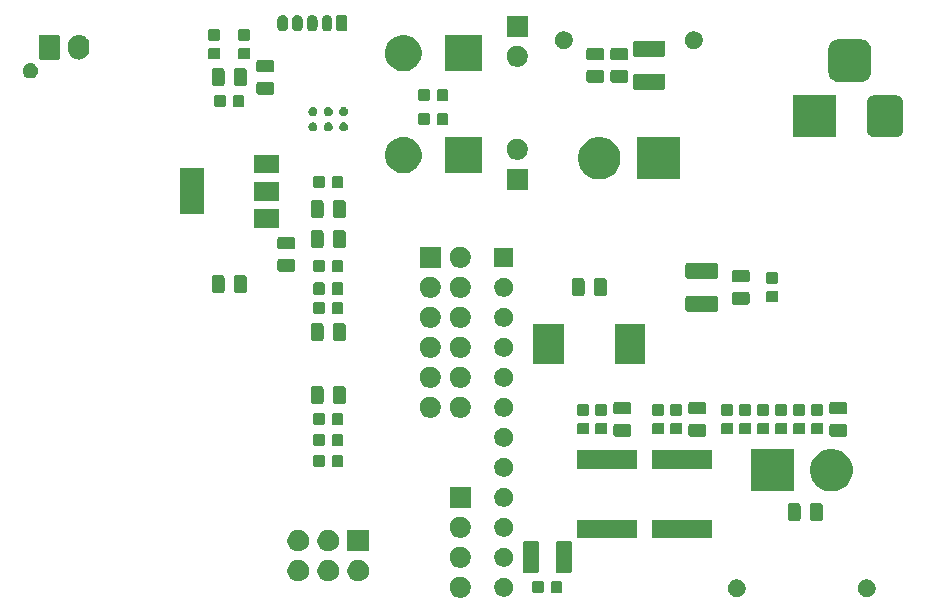
<source format=gbr>
G04 #@! TF.GenerationSoftware,KiCad,Pcbnew,(5.1.5-0-10_14)*
G04 #@! TF.CreationDate,2019-12-31T01:38:16-08:00*
G04 #@! TF.ProjectId,Glue Board,476c7565-2042-46f6-9172-642e6b696361,rev?*
G04 #@! TF.SameCoordinates,Original*
G04 #@! TF.FileFunction,Soldermask,Bot*
G04 #@! TF.FilePolarity,Negative*
%FSLAX46Y46*%
G04 Gerber Fmt 4.6, Leading zero omitted, Abs format (unit mm)*
G04 Created by KiCad (PCBNEW (5.1.5-0-10_14)) date 2019-12-31 01:38:16*
%MOMM*%
%LPD*%
G04 APERTURE LIST*
%ADD10C,0.100000*%
G04 APERTURE END LIST*
D10*
G36*
X205345512Y-95115927D02*
G01*
X205494812Y-95145624D01*
X205658784Y-95213544D01*
X205806354Y-95312147D01*
X205931853Y-95437646D01*
X206030456Y-95585216D01*
X206098376Y-95749188D01*
X206133000Y-95923259D01*
X206133000Y-96100741D01*
X206098376Y-96274812D01*
X206030456Y-96438784D01*
X205931853Y-96586354D01*
X205806354Y-96711853D01*
X205658784Y-96810456D01*
X205494812Y-96878376D01*
X205345512Y-96908073D01*
X205320742Y-96913000D01*
X205143258Y-96913000D01*
X205118488Y-96908073D01*
X204969188Y-96878376D01*
X204805216Y-96810456D01*
X204657646Y-96711853D01*
X204532147Y-96586354D01*
X204433544Y-96438784D01*
X204365624Y-96274812D01*
X204331000Y-96100741D01*
X204331000Y-95923259D01*
X204365624Y-95749188D01*
X204433544Y-95585216D01*
X204532147Y-95437646D01*
X204657646Y-95312147D01*
X204805216Y-95213544D01*
X204969188Y-95145624D01*
X205118488Y-95115927D01*
X205143258Y-95111000D01*
X205320742Y-95111000D01*
X205345512Y-95115927D01*
G37*
G36*
X228867059Y-95383860D02*
G01*
X228996910Y-95437646D01*
X229003732Y-95440472D01*
X229126735Y-95522660D01*
X229231340Y-95627265D01*
X229262494Y-95673890D01*
X229313529Y-95750270D01*
X229370140Y-95886941D01*
X229399000Y-96032032D01*
X229399000Y-96179968D01*
X229370140Y-96325059D01*
X229323034Y-96438784D01*
X229313528Y-96461732D01*
X229231340Y-96584735D01*
X229126735Y-96689340D01*
X229003732Y-96771528D01*
X229003731Y-96771529D01*
X229003730Y-96771529D01*
X228867059Y-96828140D01*
X228721968Y-96857000D01*
X228574032Y-96857000D01*
X228428941Y-96828140D01*
X228292270Y-96771529D01*
X228292269Y-96771529D01*
X228292268Y-96771528D01*
X228169265Y-96689340D01*
X228064660Y-96584735D01*
X227982472Y-96461732D01*
X227972967Y-96438784D01*
X227925860Y-96325059D01*
X227897000Y-96179968D01*
X227897000Y-96032032D01*
X227925860Y-95886941D01*
X227982471Y-95750270D01*
X228033506Y-95673890D01*
X228064660Y-95627265D01*
X228169265Y-95522660D01*
X228292268Y-95440472D01*
X228299091Y-95437646D01*
X228428941Y-95383860D01*
X228574032Y-95355000D01*
X228721968Y-95355000D01*
X228867059Y-95383860D01*
G37*
G36*
X239867059Y-95383860D02*
G01*
X239996910Y-95437646D01*
X240003732Y-95440472D01*
X240126735Y-95522660D01*
X240231340Y-95627265D01*
X240262494Y-95673890D01*
X240313529Y-95750270D01*
X240370140Y-95886941D01*
X240399000Y-96032032D01*
X240399000Y-96179968D01*
X240370140Y-96325059D01*
X240323034Y-96438784D01*
X240313528Y-96461732D01*
X240231340Y-96584735D01*
X240126735Y-96689340D01*
X240003732Y-96771528D01*
X240003731Y-96771529D01*
X240003730Y-96771529D01*
X239867059Y-96828140D01*
X239721968Y-96857000D01*
X239574032Y-96857000D01*
X239428941Y-96828140D01*
X239292270Y-96771529D01*
X239292269Y-96771529D01*
X239292268Y-96771528D01*
X239169265Y-96689340D01*
X239064660Y-96584735D01*
X238982472Y-96461732D01*
X238972967Y-96438784D01*
X238925860Y-96325059D01*
X238897000Y-96179968D01*
X238897000Y-96032032D01*
X238925860Y-95886941D01*
X238982471Y-95750270D01*
X239033506Y-95673890D01*
X239064660Y-95627265D01*
X239169265Y-95522660D01*
X239292268Y-95440472D01*
X239299091Y-95437646D01*
X239428941Y-95383860D01*
X239574032Y-95355000D01*
X239721968Y-95355000D01*
X239867059Y-95383860D01*
G37*
G36*
X209158810Y-95237935D02*
G01*
X209305309Y-95298617D01*
X209305310Y-95298618D01*
X209437158Y-95386716D01*
X209549284Y-95498842D01*
X209568208Y-95527164D01*
X209637383Y-95630691D01*
X209698065Y-95777190D01*
X209729000Y-95932713D01*
X209729000Y-96091287D01*
X209698065Y-96246810D01*
X209637383Y-96393309D01*
X209606999Y-96438782D01*
X209549284Y-96525158D01*
X209437158Y-96637284D01*
X209370785Y-96681633D01*
X209305309Y-96725383D01*
X209158810Y-96786065D01*
X209003287Y-96817000D01*
X208844713Y-96817000D01*
X208689190Y-96786065D01*
X208542691Y-96725383D01*
X208477215Y-96681633D01*
X208410842Y-96637284D01*
X208298716Y-96525158D01*
X208241001Y-96438782D01*
X208210617Y-96393309D01*
X208149935Y-96246810D01*
X208119000Y-96091287D01*
X208119000Y-95932713D01*
X208149935Y-95777190D01*
X208210617Y-95630691D01*
X208279792Y-95527164D01*
X208298716Y-95498842D01*
X208410842Y-95386716D01*
X208542690Y-95298618D01*
X208542691Y-95298617D01*
X208689190Y-95237935D01*
X208844713Y-95207000D01*
X209003287Y-95207000D01*
X209158810Y-95237935D01*
G37*
G36*
X213727591Y-95490085D02*
G01*
X213761569Y-95500393D01*
X213792890Y-95517134D01*
X213820339Y-95539661D01*
X213842866Y-95567110D01*
X213859607Y-95598431D01*
X213869915Y-95632409D01*
X213874000Y-95673890D01*
X213874000Y-96350110D01*
X213869915Y-96391591D01*
X213859607Y-96425569D01*
X213842866Y-96456890D01*
X213820339Y-96484339D01*
X213792890Y-96506866D01*
X213761569Y-96523607D01*
X213727591Y-96533915D01*
X213686110Y-96538000D01*
X213084890Y-96538000D01*
X213043409Y-96533915D01*
X213009431Y-96523607D01*
X212978110Y-96506866D01*
X212950661Y-96484339D01*
X212928134Y-96456890D01*
X212911393Y-96425569D01*
X212901085Y-96391591D01*
X212897000Y-96350110D01*
X212897000Y-95673890D01*
X212901085Y-95632409D01*
X212911393Y-95598431D01*
X212928134Y-95567110D01*
X212950661Y-95539661D01*
X212978110Y-95517134D01*
X213009431Y-95500393D01*
X213043409Y-95490085D01*
X213084890Y-95486000D01*
X213686110Y-95486000D01*
X213727591Y-95490085D01*
G37*
G36*
X212152591Y-95490085D02*
G01*
X212186569Y-95500393D01*
X212217890Y-95517134D01*
X212245339Y-95539661D01*
X212267866Y-95567110D01*
X212284607Y-95598431D01*
X212294915Y-95632409D01*
X212299000Y-95673890D01*
X212299000Y-96350110D01*
X212294915Y-96391591D01*
X212284607Y-96425569D01*
X212267866Y-96456890D01*
X212245339Y-96484339D01*
X212217890Y-96506866D01*
X212186569Y-96523607D01*
X212152591Y-96533915D01*
X212111110Y-96538000D01*
X211509890Y-96538000D01*
X211468409Y-96533915D01*
X211434431Y-96523607D01*
X211403110Y-96506866D01*
X211375661Y-96484339D01*
X211353134Y-96456890D01*
X211336393Y-96425569D01*
X211326085Y-96391591D01*
X211322000Y-96350110D01*
X211322000Y-95673890D01*
X211326085Y-95632409D01*
X211336393Y-95598431D01*
X211353134Y-95567110D01*
X211375661Y-95539661D01*
X211403110Y-95517134D01*
X211434431Y-95500393D01*
X211468409Y-95490085D01*
X211509890Y-95486000D01*
X212111110Y-95486000D01*
X212152591Y-95490085D01*
G37*
G36*
X194322778Y-93735547D02*
G01*
X194489224Y-93804491D01*
X194639022Y-93904583D01*
X194766417Y-94031978D01*
X194866509Y-94181776D01*
X194935453Y-94348222D01*
X194970600Y-94524918D01*
X194970600Y-94705082D01*
X194935453Y-94881778D01*
X194866509Y-95048224D01*
X194766417Y-95198022D01*
X194639022Y-95325417D01*
X194489224Y-95425509D01*
X194322778Y-95494453D01*
X194146082Y-95529600D01*
X193965918Y-95529600D01*
X193789222Y-95494453D01*
X193622776Y-95425509D01*
X193472978Y-95325417D01*
X193345583Y-95198022D01*
X193245491Y-95048224D01*
X193176547Y-94881778D01*
X193141400Y-94705082D01*
X193141400Y-94524918D01*
X193176547Y-94348222D01*
X193245491Y-94181776D01*
X193345583Y-94031978D01*
X193472978Y-93904583D01*
X193622776Y-93804491D01*
X193789222Y-93735547D01*
X193965918Y-93700400D01*
X194146082Y-93700400D01*
X194322778Y-93735547D01*
G37*
G36*
X191782778Y-93735547D02*
G01*
X191949224Y-93804491D01*
X192099022Y-93904583D01*
X192226417Y-94031978D01*
X192326509Y-94181776D01*
X192395453Y-94348222D01*
X192430600Y-94524918D01*
X192430600Y-94705082D01*
X192395453Y-94881778D01*
X192326509Y-95048224D01*
X192226417Y-95198022D01*
X192099022Y-95325417D01*
X191949224Y-95425509D01*
X191782778Y-95494453D01*
X191606082Y-95529600D01*
X191425918Y-95529600D01*
X191249222Y-95494453D01*
X191082776Y-95425509D01*
X190932978Y-95325417D01*
X190805583Y-95198022D01*
X190705491Y-95048224D01*
X190636547Y-94881778D01*
X190601400Y-94705082D01*
X190601400Y-94524918D01*
X190636547Y-94348222D01*
X190705491Y-94181776D01*
X190805583Y-94031978D01*
X190932978Y-93904583D01*
X191082776Y-93804491D01*
X191249222Y-93735547D01*
X191425918Y-93700400D01*
X191606082Y-93700400D01*
X191782778Y-93735547D01*
G37*
G36*
X196862778Y-93735547D02*
G01*
X197029224Y-93804491D01*
X197179022Y-93904583D01*
X197306417Y-94031978D01*
X197406509Y-94181776D01*
X197475453Y-94348222D01*
X197510600Y-94524918D01*
X197510600Y-94705082D01*
X197475453Y-94881778D01*
X197406509Y-95048224D01*
X197306417Y-95198022D01*
X197179022Y-95325417D01*
X197029224Y-95425509D01*
X196862778Y-95494453D01*
X196686082Y-95529600D01*
X196505918Y-95529600D01*
X196329222Y-95494453D01*
X196162776Y-95425509D01*
X196012978Y-95325417D01*
X195885583Y-95198022D01*
X195785491Y-95048224D01*
X195716547Y-94881778D01*
X195681400Y-94705082D01*
X195681400Y-94524918D01*
X195716547Y-94348222D01*
X195785491Y-94181776D01*
X195885583Y-94031978D01*
X196012978Y-93904583D01*
X196162776Y-93804491D01*
X196329222Y-93735547D01*
X196505918Y-93700400D01*
X196686082Y-93700400D01*
X196862778Y-93735547D01*
G37*
G36*
X214516604Y-92100347D02*
G01*
X214553144Y-92111432D01*
X214586821Y-92129433D01*
X214616341Y-92153659D01*
X214640567Y-92183179D01*
X214658568Y-92216856D01*
X214669653Y-92253396D01*
X214674000Y-92297538D01*
X214674000Y-94646462D01*
X214669653Y-94690604D01*
X214658568Y-94727144D01*
X214640567Y-94760821D01*
X214616341Y-94790341D01*
X214586821Y-94814567D01*
X214553144Y-94832568D01*
X214516604Y-94843653D01*
X214472462Y-94848000D01*
X213523538Y-94848000D01*
X213479396Y-94843653D01*
X213442856Y-94832568D01*
X213409179Y-94814567D01*
X213379659Y-94790341D01*
X213355433Y-94760821D01*
X213337432Y-94727144D01*
X213326347Y-94690604D01*
X213322000Y-94646462D01*
X213322000Y-92297538D01*
X213326347Y-92253396D01*
X213337432Y-92216856D01*
X213355433Y-92183179D01*
X213379659Y-92153659D01*
X213409179Y-92129433D01*
X213442856Y-92111432D01*
X213479396Y-92100347D01*
X213523538Y-92096000D01*
X214472462Y-92096000D01*
X214516604Y-92100347D01*
G37*
G36*
X211716604Y-92100347D02*
G01*
X211753144Y-92111432D01*
X211786821Y-92129433D01*
X211816341Y-92153659D01*
X211840567Y-92183179D01*
X211858568Y-92216856D01*
X211869653Y-92253396D01*
X211874000Y-92297538D01*
X211874000Y-94646462D01*
X211869653Y-94690604D01*
X211858568Y-94727144D01*
X211840567Y-94760821D01*
X211816341Y-94790341D01*
X211786821Y-94814567D01*
X211753144Y-94832568D01*
X211716604Y-94843653D01*
X211672462Y-94848000D01*
X210723538Y-94848000D01*
X210679396Y-94843653D01*
X210642856Y-94832568D01*
X210609179Y-94814567D01*
X210579659Y-94790341D01*
X210555433Y-94760821D01*
X210537432Y-94727144D01*
X210526347Y-94690604D01*
X210522000Y-94646462D01*
X210522000Y-92297538D01*
X210526347Y-92253396D01*
X210537432Y-92216856D01*
X210555433Y-92183179D01*
X210579659Y-92153659D01*
X210609179Y-92129433D01*
X210642856Y-92111432D01*
X210679396Y-92100347D01*
X210723538Y-92096000D01*
X211672462Y-92096000D01*
X211716604Y-92100347D01*
G37*
G36*
X205345512Y-92575927D02*
G01*
X205494812Y-92605624D01*
X205658784Y-92673544D01*
X205806354Y-92772147D01*
X205931853Y-92897646D01*
X206030456Y-93045216D01*
X206098376Y-93209188D01*
X206133000Y-93383259D01*
X206133000Y-93560741D01*
X206098376Y-93734812D01*
X206030456Y-93898784D01*
X205931853Y-94046354D01*
X205806354Y-94171853D01*
X205658784Y-94270456D01*
X205494812Y-94338376D01*
X205345512Y-94368073D01*
X205320742Y-94373000D01*
X205143258Y-94373000D01*
X205118488Y-94368073D01*
X204969188Y-94338376D01*
X204805216Y-94270456D01*
X204657646Y-94171853D01*
X204532147Y-94046354D01*
X204433544Y-93898784D01*
X204365624Y-93734812D01*
X204331000Y-93560741D01*
X204331000Y-93383259D01*
X204365624Y-93209188D01*
X204433544Y-93045216D01*
X204532147Y-92897646D01*
X204657646Y-92772147D01*
X204805216Y-92673544D01*
X204969188Y-92605624D01*
X205118488Y-92575927D01*
X205143258Y-92571000D01*
X205320742Y-92571000D01*
X205345512Y-92575927D01*
G37*
G36*
X209158810Y-92697935D02*
G01*
X209305309Y-92758617D01*
X209305310Y-92758618D01*
X209437158Y-92846716D01*
X209549284Y-92958842D01*
X209549285Y-92958844D01*
X209637383Y-93090691D01*
X209698065Y-93237190D01*
X209729000Y-93392713D01*
X209729000Y-93551287D01*
X209698065Y-93706810D01*
X209637383Y-93853309D01*
X209603122Y-93904584D01*
X209549284Y-93985158D01*
X209437158Y-94097284D01*
X209370785Y-94141633D01*
X209305309Y-94185383D01*
X209158810Y-94246065D01*
X209003287Y-94277000D01*
X208844713Y-94277000D01*
X208689190Y-94246065D01*
X208542691Y-94185383D01*
X208477215Y-94141633D01*
X208410842Y-94097284D01*
X208298716Y-93985158D01*
X208244878Y-93904584D01*
X208210617Y-93853309D01*
X208149935Y-93706810D01*
X208119000Y-93551287D01*
X208119000Y-93392713D01*
X208149935Y-93237190D01*
X208210617Y-93090691D01*
X208298715Y-92958844D01*
X208298716Y-92958842D01*
X208410842Y-92846716D01*
X208542690Y-92758618D01*
X208542691Y-92758617D01*
X208689190Y-92697935D01*
X208844713Y-92667000D01*
X209003287Y-92667000D01*
X209158810Y-92697935D01*
G37*
G36*
X197510600Y-92989600D02*
G01*
X195681400Y-92989600D01*
X195681400Y-91160400D01*
X197510600Y-91160400D01*
X197510600Y-92989600D01*
G37*
G36*
X194322778Y-91195547D02*
G01*
X194489224Y-91264491D01*
X194639022Y-91364583D01*
X194766417Y-91491978D01*
X194866509Y-91641776D01*
X194935453Y-91808222D01*
X194970600Y-91984918D01*
X194970600Y-92165082D01*
X194935453Y-92341778D01*
X194866509Y-92508224D01*
X194766417Y-92658022D01*
X194639022Y-92785417D01*
X194489224Y-92885509D01*
X194322778Y-92954453D01*
X194146082Y-92989600D01*
X193965918Y-92989600D01*
X193789222Y-92954453D01*
X193622776Y-92885509D01*
X193472978Y-92785417D01*
X193345583Y-92658022D01*
X193245491Y-92508224D01*
X193176547Y-92341778D01*
X193141400Y-92165082D01*
X193141400Y-91984918D01*
X193176547Y-91808222D01*
X193245491Y-91641776D01*
X193345583Y-91491978D01*
X193472978Y-91364583D01*
X193622776Y-91264491D01*
X193789222Y-91195547D01*
X193965918Y-91160400D01*
X194146082Y-91160400D01*
X194322778Y-91195547D01*
G37*
G36*
X191782778Y-91195547D02*
G01*
X191949224Y-91264491D01*
X192099022Y-91364583D01*
X192226417Y-91491978D01*
X192326509Y-91641776D01*
X192395453Y-91808222D01*
X192430600Y-91984918D01*
X192430600Y-92165082D01*
X192395453Y-92341778D01*
X192326509Y-92508224D01*
X192226417Y-92658022D01*
X192099022Y-92785417D01*
X191949224Y-92885509D01*
X191782778Y-92954453D01*
X191606082Y-92989600D01*
X191425918Y-92989600D01*
X191249222Y-92954453D01*
X191082776Y-92885509D01*
X190932978Y-92785417D01*
X190805583Y-92658022D01*
X190705491Y-92508224D01*
X190636547Y-92341778D01*
X190601400Y-92165082D01*
X190601400Y-91984918D01*
X190636547Y-91808222D01*
X190705491Y-91641776D01*
X190805583Y-91491978D01*
X190932978Y-91364583D01*
X191082776Y-91264491D01*
X191249222Y-91195547D01*
X191425918Y-91160400D01*
X191606082Y-91160400D01*
X191782778Y-91195547D01*
G37*
G36*
X220229000Y-91889000D02*
G01*
X215127000Y-91889000D01*
X215127000Y-90287000D01*
X220229000Y-90287000D01*
X220229000Y-91889000D01*
G37*
G36*
X226579000Y-91889000D02*
G01*
X221477000Y-91889000D01*
X221477000Y-90287000D01*
X226579000Y-90287000D01*
X226579000Y-91889000D01*
G37*
G36*
X205345512Y-90035927D02*
G01*
X205494812Y-90065624D01*
X205658784Y-90133544D01*
X205806354Y-90232147D01*
X205931853Y-90357646D01*
X206030456Y-90505216D01*
X206098376Y-90669188D01*
X206133000Y-90843259D01*
X206133000Y-91020741D01*
X206098376Y-91194812D01*
X206030456Y-91358784D01*
X205931853Y-91506354D01*
X205806354Y-91631853D01*
X205658784Y-91730456D01*
X205494812Y-91798376D01*
X205345512Y-91828073D01*
X205320742Y-91833000D01*
X205143258Y-91833000D01*
X205118488Y-91828073D01*
X204969188Y-91798376D01*
X204805216Y-91730456D01*
X204657646Y-91631853D01*
X204532147Y-91506354D01*
X204433544Y-91358784D01*
X204365624Y-91194812D01*
X204331000Y-91020741D01*
X204331000Y-90843259D01*
X204365624Y-90669188D01*
X204433544Y-90505216D01*
X204532147Y-90357646D01*
X204657646Y-90232147D01*
X204805216Y-90133544D01*
X204969188Y-90065624D01*
X205118488Y-90035927D01*
X205143258Y-90031000D01*
X205320742Y-90031000D01*
X205345512Y-90035927D01*
G37*
G36*
X209158810Y-90157935D02*
G01*
X209305309Y-90218617D01*
X209370785Y-90262367D01*
X209437158Y-90306716D01*
X209549284Y-90418842D01*
X209549285Y-90418844D01*
X209637383Y-90550691D01*
X209698065Y-90697190D01*
X209729000Y-90852713D01*
X209729000Y-91011287D01*
X209698065Y-91166810D01*
X209637383Y-91313309D01*
X209603122Y-91364584D01*
X209549284Y-91445158D01*
X209437158Y-91557284D01*
X209370785Y-91601633D01*
X209305309Y-91645383D01*
X209158810Y-91706065D01*
X209003287Y-91737000D01*
X208844713Y-91737000D01*
X208689190Y-91706065D01*
X208542691Y-91645383D01*
X208477215Y-91601633D01*
X208410842Y-91557284D01*
X208298716Y-91445158D01*
X208244878Y-91364584D01*
X208210617Y-91313309D01*
X208149935Y-91166810D01*
X208119000Y-91011287D01*
X208119000Y-90852713D01*
X208149935Y-90697190D01*
X208210617Y-90550691D01*
X208298715Y-90418844D01*
X208298716Y-90418842D01*
X208410842Y-90306716D01*
X208477215Y-90262367D01*
X208542691Y-90218617D01*
X208689190Y-90157935D01*
X208844713Y-90127000D01*
X209003287Y-90127000D01*
X209158810Y-90157935D01*
G37*
G36*
X235751468Y-88915565D02*
G01*
X235790138Y-88927296D01*
X235825777Y-88946346D01*
X235857017Y-88971983D01*
X235882654Y-89003223D01*
X235901704Y-89038862D01*
X235913435Y-89077532D01*
X235918000Y-89123888D01*
X235918000Y-90200112D01*
X235913435Y-90246468D01*
X235901704Y-90285138D01*
X235882654Y-90320777D01*
X235857017Y-90352017D01*
X235825777Y-90377654D01*
X235790138Y-90396704D01*
X235751468Y-90408435D01*
X235705112Y-90413000D01*
X235053888Y-90413000D01*
X235007532Y-90408435D01*
X234968862Y-90396704D01*
X234933223Y-90377654D01*
X234901983Y-90352017D01*
X234876346Y-90320777D01*
X234857296Y-90285138D01*
X234845565Y-90246468D01*
X234841000Y-90200112D01*
X234841000Y-89123888D01*
X234845565Y-89077532D01*
X234857296Y-89038862D01*
X234876346Y-89003223D01*
X234901983Y-88971983D01*
X234933223Y-88946346D01*
X234968862Y-88927296D01*
X235007532Y-88915565D01*
X235053888Y-88911000D01*
X235705112Y-88911000D01*
X235751468Y-88915565D01*
G37*
G36*
X233876468Y-88915565D02*
G01*
X233915138Y-88927296D01*
X233950777Y-88946346D01*
X233982017Y-88971983D01*
X234007654Y-89003223D01*
X234026704Y-89038862D01*
X234038435Y-89077532D01*
X234043000Y-89123888D01*
X234043000Y-90200112D01*
X234038435Y-90246468D01*
X234026704Y-90285138D01*
X234007654Y-90320777D01*
X233982017Y-90352017D01*
X233950777Y-90377654D01*
X233915138Y-90396704D01*
X233876468Y-90408435D01*
X233830112Y-90413000D01*
X233178888Y-90413000D01*
X233132532Y-90408435D01*
X233093862Y-90396704D01*
X233058223Y-90377654D01*
X233026983Y-90352017D01*
X233001346Y-90320777D01*
X232982296Y-90285138D01*
X232970565Y-90246468D01*
X232966000Y-90200112D01*
X232966000Y-89123888D01*
X232970565Y-89077532D01*
X232982296Y-89038862D01*
X233001346Y-89003223D01*
X233026983Y-88971983D01*
X233058223Y-88946346D01*
X233093862Y-88927296D01*
X233132532Y-88915565D01*
X233178888Y-88911000D01*
X233830112Y-88911000D01*
X233876468Y-88915565D01*
G37*
G36*
X206133000Y-89293000D02*
G01*
X204331000Y-89293000D01*
X204331000Y-87491000D01*
X206133000Y-87491000D01*
X206133000Y-89293000D01*
G37*
G36*
X209158810Y-87617935D02*
G01*
X209305309Y-87678617D01*
X209305310Y-87678618D01*
X209437158Y-87766716D01*
X209549284Y-87878842D01*
X209593633Y-87945215D01*
X209637383Y-88010691D01*
X209698065Y-88157190D01*
X209729000Y-88312713D01*
X209729000Y-88471287D01*
X209698065Y-88626810D01*
X209637383Y-88773309D01*
X209637382Y-88773310D01*
X209549284Y-88905158D01*
X209437158Y-89017284D01*
X209417135Y-89030663D01*
X209305309Y-89105383D01*
X209158810Y-89166065D01*
X209003287Y-89197000D01*
X208844713Y-89197000D01*
X208689190Y-89166065D01*
X208542691Y-89105383D01*
X208430865Y-89030663D01*
X208410842Y-89017284D01*
X208298716Y-88905158D01*
X208210618Y-88773310D01*
X208210617Y-88773309D01*
X208149935Y-88626810D01*
X208119000Y-88471287D01*
X208119000Y-88312713D01*
X208149935Y-88157190D01*
X208210617Y-88010691D01*
X208254367Y-87945215D01*
X208298716Y-87878842D01*
X208410842Y-87766716D01*
X208542690Y-87678618D01*
X208542691Y-87678617D01*
X208689190Y-87617935D01*
X208844713Y-87587000D01*
X209003287Y-87587000D01*
X209158810Y-87617935D01*
G37*
G36*
X237173331Y-84374211D02*
G01*
X237501092Y-84509974D01*
X237796070Y-84707072D01*
X238046928Y-84957930D01*
X238244026Y-85252908D01*
X238379789Y-85580669D01*
X238449000Y-85928616D01*
X238449000Y-86283384D01*
X238379789Y-86631331D01*
X238244026Y-86959092D01*
X238046928Y-87254070D01*
X237796070Y-87504928D01*
X237501092Y-87702026D01*
X237173331Y-87837789D01*
X236825384Y-87907000D01*
X236470616Y-87907000D01*
X236122669Y-87837789D01*
X235794908Y-87702026D01*
X235499930Y-87504928D01*
X235249072Y-87254070D01*
X235051974Y-86959092D01*
X234916211Y-86631331D01*
X234847000Y-86283384D01*
X234847000Y-85928616D01*
X234916211Y-85580669D01*
X235051974Y-85252908D01*
X235249072Y-84957930D01*
X235499930Y-84707072D01*
X235794908Y-84509974D01*
X236122669Y-84374211D01*
X236470616Y-84305000D01*
X236825384Y-84305000D01*
X237173331Y-84374211D01*
G37*
G36*
X233449000Y-87907000D02*
G01*
X229847000Y-87907000D01*
X229847000Y-84305000D01*
X233449000Y-84305000D01*
X233449000Y-87907000D01*
G37*
G36*
X209158810Y-85077935D02*
G01*
X209305309Y-85138617D01*
X209305310Y-85138618D01*
X209437158Y-85226716D01*
X209549284Y-85338842D01*
X209549285Y-85338844D01*
X209637383Y-85470691D01*
X209698065Y-85617190D01*
X209729000Y-85772713D01*
X209729000Y-85931287D01*
X209698065Y-86086810D01*
X209637383Y-86233309D01*
X209637382Y-86233310D01*
X209549284Y-86365158D01*
X209437158Y-86477284D01*
X209370785Y-86521633D01*
X209305309Y-86565383D01*
X209158810Y-86626065D01*
X209003287Y-86657000D01*
X208844713Y-86657000D01*
X208689190Y-86626065D01*
X208542691Y-86565383D01*
X208477215Y-86521633D01*
X208410842Y-86477284D01*
X208298716Y-86365158D01*
X208210618Y-86233310D01*
X208210617Y-86233309D01*
X208149935Y-86086810D01*
X208119000Y-85931287D01*
X208119000Y-85772713D01*
X208149935Y-85617190D01*
X208210617Y-85470691D01*
X208298715Y-85338844D01*
X208298716Y-85338842D01*
X208410842Y-85226716D01*
X208542690Y-85138618D01*
X208542691Y-85138617D01*
X208689190Y-85077935D01*
X208844713Y-85047000D01*
X209003287Y-85047000D01*
X209158810Y-85077935D01*
G37*
G36*
X220229000Y-85989000D02*
G01*
X215127000Y-85989000D01*
X215127000Y-84387000D01*
X220229000Y-84387000D01*
X220229000Y-85989000D01*
G37*
G36*
X226579000Y-85989000D02*
G01*
X221477000Y-85989000D01*
X221477000Y-84387000D01*
X226579000Y-84387000D01*
X226579000Y-85989000D01*
G37*
G36*
X193610591Y-84822085D02*
G01*
X193644569Y-84832393D01*
X193675890Y-84849134D01*
X193703339Y-84871661D01*
X193725866Y-84899110D01*
X193742607Y-84930431D01*
X193752915Y-84964409D01*
X193757000Y-85005890D01*
X193757000Y-85682110D01*
X193752915Y-85723591D01*
X193742607Y-85757569D01*
X193725866Y-85788890D01*
X193703339Y-85816339D01*
X193675890Y-85838866D01*
X193644569Y-85855607D01*
X193610591Y-85865915D01*
X193569110Y-85870000D01*
X192967890Y-85870000D01*
X192926409Y-85865915D01*
X192892431Y-85855607D01*
X192861110Y-85838866D01*
X192833661Y-85816339D01*
X192811134Y-85788890D01*
X192794393Y-85757569D01*
X192784085Y-85723591D01*
X192780000Y-85682110D01*
X192780000Y-85005890D01*
X192784085Y-84964409D01*
X192794393Y-84930431D01*
X192811134Y-84899110D01*
X192833661Y-84871661D01*
X192861110Y-84849134D01*
X192892431Y-84832393D01*
X192926409Y-84822085D01*
X192967890Y-84818000D01*
X193569110Y-84818000D01*
X193610591Y-84822085D01*
G37*
G36*
X195185591Y-84822085D02*
G01*
X195219569Y-84832393D01*
X195250890Y-84849134D01*
X195278339Y-84871661D01*
X195300866Y-84899110D01*
X195317607Y-84930431D01*
X195327915Y-84964409D01*
X195332000Y-85005890D01*
X195332000Y-85682110D01*
X195327915Y-85723591D01*
X195317607Y-85757569D01*
X195300866Y-85788890D01*
X195278339Y-85816339D01*
X195250890Y-85838866D01*
X195219569Y-85855607D01*
X195185591Y-85865915D01*
X195144110Y-85870000D01*
X194542890Y-85870000D01*
X194501409Y-85865915D01*
X194467431Y-85855607D01*
X194436110Y-85838866D01*
X194408661Y-85816339D01*
X194386134Y-85788890D01*
X194369393Y-85757569D01*
X194359085Y-85723591D01*
X194355000Y-85682110D01*
X194355000Y-85005890D01*
X194359085Y-84964409D01*
X194369393Y-84930431D01*
X194386134Y-84899110D01*
X194408661Y-84871661D01*
X194436110Y-84849134D01*
X194467431Y-84832393D01*
X194501409Y-84822085D01*
X194542890Y-84818000D01*
X195144110Y-84818000D01*
X195185591Y-84822085D01*
G37*
G36*
X209158810Y-82537935D02*
G01*
X209305309Y-82598617D01*
X209305310Y-82598618D01*
X209437158Y-82686716D01*
X209549284Y-82798842D01*
X209549285Y-82798844D01*
X209637383Y-82930691D01*
X209698065Y-83077190D01*
X209729000Y-83232713D01*
X209729000Y-83391287D01*
X209698065Y-83546810D01*
X209637383Y-83693309D01*
X209637382Y-83693310D01*
X209549284Y-83825158D01*
X209437158Y-83937284D01*
X209373874Y-83979569D01*
X209305309Y-84025383D01*
X209158810Y-84086065D01*
X209003287Y-84117000D01*
X208844713Y-84117000D01*
X208689190Y-84086065D01*
X208542691Y-84025383D01*
X208474126Y-83979569D01*
X208410842Y-83937284D01*
X208298716Y-83825158D01*
X208210618Y-83693310D01*
X208210617Y-83693309D01*
X208149935Y-83546810D01*
X208119000Y-83391287D01*
X208119000Y-83232713D01*
X208149935Y-83077190D01*
X208210617Y-82930691D01*
X208298715Y-82798844D01*
X208298716Y-82798842D01*
X208410842Y-82686716D01*
X208542690Y-82598618D01*
X208542691Y-82598617D01*
X208689190Y-82537935D01*
X208844713Y-82507000D01*
X209003287Y-82507000D01*
X209158810Y-82537935D01*
G37*
G36*
X195185591Y-83044085D02*
G01*
X195219569Y-83054393D01*
X195250890Y-83071134D01*
X195278339Y-83093661D01*
X195300866Y-83121110D01*
X195317607Y-83152431D01*
X195327915Y-83186409D01*
X195332000Y-83227890D01*
X195332000Y-83904110D01*
X195327915Y-83945591D01*
X195317607Y-83979569D01*
X195300866Y-84010890D01*
X195278339Y-84038339D01*
X195250890Y-84060866D01*
X195219569Y-84077607D01*
X195185591Y-84087915D01*
X195144110Y-84092000D01*
X194542890Y-84092000D01*
X194501409Y-84087915D01*
X194467431Y-84077607D01*
X194436110Y-84060866D01*
X194408661Y-84038339D01*
X194386134Y-84010890D01*
X194369393Y-83979569D01*
X194359085Y-83945591D01*
X194355000Y-83904110D01*
X194355000Y-83227890D01*
X194359085Y-83186409D01*
X194369393Y-83152431D01*
X194386134Y-83121110D01*
X194408661Y-83093661D01*
X194436110Y-83071134D01*
X194467431Y-83054393D01*
X194501409Y-83044085D01*
X194542890Y-83040000D01*
X195144110Y-83040000D01*
X195185591Y-83044085D01*
G37*
G36*
X193610591Y-83044085D02*
G01*
X193644569Y-83054393D01*
X193675890Y-83071134D01*
X193703339Y-83093661D01*
X193725866Y-83121110D01*
X193742607Y-83152431D01*
X193752915Y-83186409D01*
X193757000Y-83227890D01*
X193757000Y-83904110D01*
X193752915Y-83945591D01*
X193742607Y-83979569D01*
X193725866Y-84010890D01*
X193703339Y-84038339D01*
X193675890Y-84060866D01*
X193644569Y-84077607D01*
X193610591Y-84087915D01*
X193569110Y-84092000D01*
X192967890Y-84092000D01*
X192926409Y-84087915D01*
X192892431Y-84077607D01*
X192861110Y-84060866D01*
X192833661Y-84038339D01*
X192811134Y-84010890D01*
X192794393Y-83979569D01*
X192784085Y-83945591D01*
X192780000Y-83904110D01*
X192780000Y-83227890D01*
X192784085Y-83186409D01*
X192794393Y-83152431D01*
X192811134Y-83121110D01*
X192833661Y-83093661D01*
X192861110Y-83071134D01*
X192892431Y-83054393D01*
X192926409Y-83044085D01*
X192967890Y-83040000D01*
X193569110Y-83040000D01*
X193610591Y-83044085D01*
G37*
G36*
X219532468Y-82191565D02*
G01*
X219571138Y-82203296D01*
X219606777Y-82222346D01*
X219638017Y-82247983D01*
X219663654Y-82279223D01*
X219682704Y-82314862D01*
X219694435Y-82353532D01*
X219699000Y-82399888D01*
X219699000Y-83051112D01*
X219694435Y-83097468D01*
X219682704Y-83136138D01*
X219663654Y-83171777D01*
X219638017Y-83203017D01*
X219606777Y-83228654D01*
X219571138Y-83247704D01*
X219532468Y-83259435D01*
X219486112Y-83264000D01*
X218409888Y-83264000D01*
X218363532Y-83259435D01*
X218324862Y-83247704D01*
X218289223Y-83228654D01*
X218257983Y-83203017D01*
X218232346Y-83171777D01*
X218213296Y-83136138D01*
X218201565Y-83097468D01*
X218197000Y-83051112D01*
X218197000Y-82399888D01*
X218201565Y-82353532D01*
X218213296Y-82314862D01*
X218232346Y-82279223D01*
X218257983Y-82247983D01*
X218289223Y-82222346D01*
X218324862Y-82203296D01*
X218363532Y-82191565D01*
X218409888Y-82187000D01*
X219486112Y-82187000D01*
X219532468Y-82191565D01*
G37*
G36*
X237820468Y-82191565D02*
G01*
X237859138Y-82203296D01*
X237894777Y-82222346D01*
X237926017Y-82247983D01*
X237951654Y-82279223D01*
X237970704Y-82314862D01*
X237982435Y-82353532D01*
X237987000Y-82399888D01*
X237987000Y-83051112D01*
X237982435Y-83097468D01*
X237970704Y-83136138D01*
X237951654Y-83171777D01*
X237926017Y-83203017D01*
X237894777Y-83228654D01*
X237859138Y-83247704D01*
X237820468Y-83259435D01*
X237774112Y-83264000D01*
X236697888Y-83264000D01*
X236651532Y-83259435D01*
X236612862Y-83247704D01*
X236577223Y-83228654D01*
X236545983Y-83203017D01*
X236520346Y-83171777D01*
X236501296Y-83136138D01*
X236489565Y-83097468D01*
X236485000Y-83051112D01*
X236485000Y-82399888D01*
X236489565Y-82353532D01*
X236501296Y-82314862D01*
X236520346Y-82279223D01*
X236545983Y-82247983D01*
X236577223Y-82222346D01*
X236612862Y-82203296D01*
X236651532Y-82191565D01*
X236697888Y-82187000D01*
X237774112Y-82187000D01*
X237820468Y-82191565D01*
G37*
G36*
X225882468Y-82191565D02*
G01*
X225921138Y-82203296D01*
X225956777Y-82222346D01*
X225988017Y-82247983D01*
X226013654Y-82279223D01*
X226032704Y-82314862D01*
X226044435Y-82353532D01*
X226049000Y-82399888D01*
X226049000Y-83051112D01*
X226044435Y-83097468D01*
X226032704Y-83136138D01*
X226013654Y-83171777D01*
X225988017Y-83203017D01*
X225956777Y-83228654D01*
X225921138Y-83247704D01*
X225882468Y-83259435D01*
X225836112Y-83264000D01*
X224759888Y-83264000D01*
X224713532Y-83259435D01*
X224674862Y-83247704D01*
X224639223Y-83228654D01*
X224607983Y-83203017D01*
X224582346Y-83171777D01*
X224563296Y-83136138D01*
X224551565Y-83097468D01*
X224547000Y-83051112D01*
X224547000Y-82399888D01*
X224551565Y-82353532D01*
X224563296Y-82314862D01*
X224582346Y-82279223D01*
X224607983Y-82247983D01*
X224639223Y-82222346D01*
X224674862Y-82203296D01*
X224713532Y-82191565D01*
X224759888Y-82187000D01*
X225836112Y-82187000D01*
X225882468Y-82191565D01*
G37*
G36*
X222375591Y-82091085D02*
G01*
X222409569Y-82101393D01*
X222440890Y-82118134D01*
X222468339Y-82140661D01*
X222490866Y-82168110D01*
X222507607Y-82199431D01*
X222517915Y-82233409D01*
X222522000Y-82274890D01*
X222522000Y-82876110D01*
X222517915Y-82917591D01*
X222507607Y-82951569D01*
X222490866Y-82982890D01*
X222468339Y-83010339D01*
X222440890Y-83032866D01*
X222409569Y-83049607D01*
X222375591Y-83059915D01*
X222334110Y-83064000D01*
X221657890Y-83064000D01*
X221616409Y-83059915D01*
X221582431Y-83049607D01*
X221551110Y-83032866D01*
X221523661Y-83010339D01*
X221501134Y-82982890D01*
X221484393Y-82951569D01*
X221474085Y-82917591D01*
X221470000Y-82876110D01*
X221470000Y-82274890D01*
X221474085Y-82233409D01*
X221484393Y-82199431D01*
X221501134Y-82168110D01*
X221523661Y-82140661D01*
X221551110Y-82118134D01*
X221582431Y-82101393D01*
X221616409Y-82091085D01*
X221657890Y-82087000D01*
X222334110Y-82087000D01*
X222375591Y-82091085D01*
G37*
G36*
X229741591Y-82091085D02*
G01*
X229775569Y-82101393D01*
X229806890Y-82118134D01*
X229834339Y-82140661D01*
X229856866Y-82168110D01*
X229873607Y-82199431D01*
X229883915Y-82233409D01*
X229888000Y-82274890D01*
X229888000Y-82876110D01*
X229883915Y-82917591D01*
X229873607Y-82951569D01*
X229856866Y-82982890D01*
X229834339Y-83010339D01*
X229806890Y-83032866D01*
X229775569Y-83049607D01*
X229741591Y-83059915D01*
X229700110Y-83064000D01*
X229023890Y-83064000D01*
X228982409Y-83059915D01*
X228948431Y-83049607D01*
X228917110Y-83032866D01*
X228889661Y-83010339D01*
X228867134Y-82982890D01*
X228850393Y-82951569D01*
X228840085Y-82917591D01*
X228836000Y-82876110D01*
X228836000Y-82274890D01*
X228840085Y-82233409D01*
X228850393Y-82199431D01*
X228867134Y-82168110D01*
X228889661Y-82140661D01*
X228917110Y-82118134D01*
X228948431Y-82101393D01*
X228982409Y-82091085D01*
X229023890Y-82087000D01*
X229700110Y-82087000D01*
X229741591Y-82091085D01*
G37*
G36*
X232789591Y-82091085D02*
G01*
X232823569Y-82101393D01*
X232854890Y-82118134D01*
X232882339Y-82140661D01*
X232904866Y-82168110D01*
X232921607Y-82199431D01*
X232931915Y-82233409D01*
X232936000Y-82274890D01*
X232936000Y-82876110D01*
X232931915Y-82917591D01*
X232921607Y-82951569D01*
X232904866Y-82982890D01*
X232882339Y-83010339D01*
X232854890Y-83032866D01*
X232823569Y-83049607D01*
X232789591Y-83059915D01*
X232748110Y-83064000D01*
X232071890Y-83064000D01*
X232030409Y-83059915D01*
X231996431Y-83049607D01*
X231965110Y-83032866D01*
X231937661Y-83010339D01*
X231915134Y-82982890D01*
X231898393Y-82951569D01*
X231888085Y-82917591D01*
X231884000Y-82876110D01*
X231884000Y-82274890D01*
X231888085Y-82233409D01*
X231898393Y-82199431D01*
X231915134Y-82168110D01*
X231937661Y-82140661D01*
X231965110Y-82118134D01*
X231996431Y-82101393D01*
X232030409Y-82091085D01*
X232071890Y-82087000D01*
X232748110Y-82087000D01*
X232789591Y-82091085D01*
G37*
G36*
X231265591Y-82091085D02*
G01*
X231299569Y-82101393D01*
X231330890Y-82118134D01*
X231358339Y-82140661D01*
X231380866Y-82168110D01*
X231397607Y-82199431D01*
X231407915Y-82233409D01*
X231412000Y-82274890D01*
X231412000Y-82876110D01*
X231407915Y-82917591D01*
X231397607Y-82951569D01*
X231380866Y-82982890D01*
X231358339Y-83010339D01*
X231330890Y-83032866D01*
X231299569Y-83049607D01*
X231265591Y-83059915D01*
X231224110Y-83064000D01*
X230547890Y-83064000D01*
X230506409Y-83059915D01*
X230472431Y-83049607D01*
X230441110Y-83032866D01*
X230413661Y-83010339D01*
X230391134Y-82982890D01*
X230374393Y-82951569D01*
X230364085Y-82917591D01*
X230360000Y-82876110D01*
X230360000Y-82274890D01*
X230364085Y-82233409D01*
X230374393Y-82199431D01*
X230391134Y-82168110D01*
X230413661Y-82140661D01*
X230441110Y-82118134D01*
X230472431Y-82101393D01*
X230506409Y-82091085D01*
X230547890Y-82087000D01*
X231224110Y-82087000D01*
X231265591Y-82091085D01*
G37*
G36*
X235837591Y-82091085D02*
G01*
X235871569Y-82101393D01*
X235902890Y-82118134D01*
X235930339Y-82140661D01*
X235952866Y-82168110D01*
X235969607Y-82199431D01*
X235979915Y-82233409D01*
X235984000Y-82274890D01*
X235984000Y-82876110D01*
X235979915Y-82917591D01*
X235969607Y-82951569D01*
X235952866Y-82982890D01*
X235930339Y-83010339D01*
X235902890Y-83032866D01*
X235871569Y-83049607D01*
X235837591Y-83059915D01*
X235796110Y-83064000D01*
X235119890Y-83064000D01*
X235078409Y-83059915D01*
X235044431Y-83049607D01*
X235013110Y-83032866D01*
X234985661Y-83010339D01*
X234963134Y-82982890D01*
X234946393Y-82951569D01*
X234936085Y-82917591D01*
X234932000Y-82876110D01*
X234932000Y-82274890D01*
X234936085Y-82233409D01*
X234946393Y-82199431D01*
X234963134Y-82168110D01*
X234985661Y-82140661D01*
X235013110Y-82118134D01*
X235044431Y-82101393D01*
X235078409Y-82091085D01*
X235119890Y-82087000D01*
X235796110Y-82087000D01*
X235837591Y-82091085D01*
G37*
G36*
X234313591Y-82091085D02*
G01*
X234347569Y-82101393D01*
X234378890Y-82118134D01*
X234406339Y-82140661D01*
X234428866Y-82168110D01*
X234445607Y-82199431D01*
X234455915Y-82233409D01*
X234460000Y-82274890D01*
X234460000Y-82876110D01*
X234455915Y-82917591D01*
X234445607Y-82951569D01*
X234428866Y-82982890D01*
X234406339Y-83010339D01*
X234378890Y-83032866D01*
X234347569Y-83049607D01*
X234313591Y-83059915D01*
X234272110Y-83064000D01*
X233595890Y-83064000D01*
X233554409Y-83059915D01*
X233520431Y-83049607D01*
X233489110Y-83032866D01*
X233461661Y-83010339D01*
X233439134Y-82982890D01*
X233422393Y-82951569D01*
X233412085Y-82917591D01*
X233408000Y-82876110D01*
X233408000Y-82274890D01*
X233412085Y-82233409D01*
X233422393Y-82199431D01*
X233439134Y-82168110D01*
X233461661Y-82140661D01*
X233489110Y-82118134D01*
X233520431Y-82101393D01*
X233554409Y-82091085D01*
X233595890Y-82087000D01*
X234272110Y-82087000D01*
X234313591Y-82091085D01*
G37*
G36*
X228217591Y-82091085D02*
G01*
X228251569Y-82101393D01*
X228282890Y-82118134D01*
X228310339Y-82140661D01*
X228332866Y-82168110D01*
X228349607Y-82199431D01*
X228359915Y-82233409D01*
X228364000Y-82274890D01*
X228364000Y-82876110D01*
X228359915Y-82917591D01*
X228349607Y-82951569D01*
X228332866Y-82982890D01*
X228310339Y-83010339D01*
X228282890Y-83032866D01*
X228251569Y-83049607D01*
X228217591Y-83059915D01*
X228176110Y-83064000D01*
X227499890Y-83064000D01*
X227458409Y-83059915D01*
X227424431Y-83049607D01*
X227393110Y-83032866D01*
X227365661Y-83010339D01*
X227343134Y-82982890D01*
X227326393Y-82951569D01*
X227316085Y-82917591D01*
X227312000Y-82876110D01*
X227312000Y-82274890D01*
X227316085Y-82233409D01*
X227326393Y-82199431D01*
X227343134Y-82168110D01*
X227365661Y-82140661D01*
X227393110Y-82118134D01*
X227424431Y-82101393D01*
X227458409Y-82091085D01*
X227499890Y-82087000D01*
X228176110Y-82087000D01*
X228217591Y-82091085D01*
G37*
G36*
X223899591Y-82091085D02*
G01*
X223933569Y-82101393D01*
X223964890Y-82118134D01*
X223992339Y-82140661D01*
X224014866Y-82168110D01*
X224031607Y-82199431D01*
X224041915Y-82233409D01*
X224046000Y-82274890D01*
X224046000Y-82876110D01*
X224041915Y-82917591D01*
X224031607Y-82951569D01*
X224014866Y-82982890D01*
X223992339Y-83010339D01*
X223964890Y-83032866D01*
X223933569Y-83049607D01*
X223899591Y-83059915D01*
X223858110Y-83064000D01*
X223181890Y-83064000D01*
X223140409Y-83059915D01*
X223106431Y-83049607D01*
X223075110Y-83032866D01*
X223047661Y-83010339D01*
X223025134Y-82982890D01*
X223008393Y-82951569D01*
X222998085Y-82917591D01*
X222994000Y-82876110D01*
X222994000Y-82274890D01*
X222998085Y-82233409D01*
X223008393Y-82199431D01*
X223025134Y-82168110D01*
X223047661Y-82140661D01*
X223075110Y-82118134D01*
X223106431Y-82101393D01*
X223140409Y-82091085D01*
X223181890Y-82087000D01*
X223858110Y-82087000D01*
X223899591Y-82091085D01*
G37*
G36*
X217549591Y-82091085D02*
G01*
X217583569Y-82101393D01*
X217614890Y-82118134D01*
X217642339Y-82140661D01*
X217664866Y-82168110D01*
X217681607Y-82199431D01*
X217691915Y-82233409D01*
X217696000Y-82274890D01*
X217696000Y-82876110D01*
X217691915Y-82917591D01*
X217681607Y-82951569D01*
X217664866Y-82982890D01*
X217642339Y-83010339D01*
X217614890Y-83032866D01*
X217583569Y-83049607D01*
X217549591Y-83059915D01*
X217508110Y-83064000D01*
X216831890Y-83064000D01*
X216790409Y-83059915D01*
X216756431Y-83049607D01*
X216725110Y-83032866D01*
X216697661Y-83010339D01*
X216675134Y-82982890D01*
X216658393Y-82951569D01*
X216648085Y-82917591D01*
X216644000Y-82876110D01*
X216644000Y-82274890D01*
X216648085Y-82233409D01*
X216658393Y-82199431D01*
X216675134Y-82168110D01*
X216697661Y-82140661D01*
X216725110Y-82118134D01*
X216756431Y-82101393D01*
X216790409Y-82091085D01*
X216831890Y-82087000D01*
X217508110Y-82087000D01*
X217549591Y-82091085D01*
G37*
G36*
X216025591Y-82091085D02*
G01*
X216059569Y-82101393D01*
X216090890Y-82118134D01*
X216118339Y-82140661D01*
X216140866Y-82168110D01*
X216157607Y-82199431D01*
X216167915Y-82233409D01*
X216172000Y-82274890D01*
X216172000Y-82876110D01*
X216167915Y-82917591D01*
X216157607Y-82951569D01*
X216140866Y-82982890D01*
X216118339Y-83010339D01*
X216090890Y-83032866D01*
X216059569Y-83049607D01*
X216025591Y-83059915D01*
X215984110Y-83064000D01*
X215307890Y-83064000D01*
X215266409Y-83059915D01*
X215232431Y-83049607D01*
X215201110Y-83032866D01*
X215173661Y-83010339D01*
X215151134Y-82982890D01*
X215134393Y-82951569D01*
X215124085Y-82917591D01*
X215120000Y-82876110D01*
X215120000Y-82274890D01*
X215124085Y-82233409D01*
X215134393Y-82199431D01*
X215151134Y-82168110D01*
X215173661Y-82140661D01*
X215201110Y-82118134D01*
X215232431Y-82101393D01*
X215266409Y-82091085D01*
X215307890Y-82087000D01*
X215984110Y-82087000D01*
X216025591Y-82091085D01*
G37*
G36*
X195185591Y-81266085D02*
G01*
X195219569Y-81276393D01*
X195250890Y-81293134D01*
X195278339Y-81315661D01*
X195300866Y-81343110D01*
X195317607Y-81374431D01*
X195327915Y-81408409D01*
X195332000Y-81449890D01*
X195332000Y-82126110D01*
X195327915Y-82167591D01*
X195317607Y-82201569D01*
X195300866Y-82232890D01*
X195278339Y-82260339D01*
X195250890Y-82282866D01*
X195219569Y-82299607D01*
X195185591Y-82309915D01*
X195144110Y-82314000D01*
X194542890Y-82314000D01*
X194501409Y-82309915D01*
X194467431Y-82299607D01*
X194436110Y-82282866D01*
X194408661Y-82260339D01*
X194386134Y-82232890D01*
X194369393Y-82201569D01*
X194359085Y-82167591D01*
X194355000Y-82126110D01*
X194355000Y-81449890D01*
X194359085Y-81408409D01*
X194369393Y-81374431D01*
X194386134Y-81343110D01*
X194408661Y-81315661D01*
X194436110Y-81293134D01*
X194467431Y-81276393D01*
X194501409Y-81266085D01*
X194542890Y-81262000D01*
X195144110Y-81262000D01*
X195185591Y-81266085D01*
G37*
G36*
X193610591Y-81266085D02*
G01*
X193644569Y-81276393D01*
X193675890Y-81293134D01*
X193703339Y-81315661D01*
X193725866Y-81343110D01*
X193742607Y-81374431D01*
X193752915Y-81408409D01*
X193757000Y-81449890D01*
X193757000Y-82126110D01*
X193752915Y-82167591D01*
X193742607Y-82201569D01*
X193725866Y-82232890D01*
X193703339Y-82260339D01*
X193675890Y-82282866D01*
X193644569Y-82299607D01*
X193610591Y-82309915D01*
X193569110Y-82314000D01*
X192967890Y-82314000D01*
X192926409Y-82309915D01*
X192892431Y-82299607D01*
X192861110Y-82282866D01*
X192833661Y-82260339D01*
X192811134Y-82232890D01*
X192794393Y-82201569D01*
X192784085Y-82167591D01*
X192780000Y-82126110D01*
X192780000Y-81449890D01*
X192784085Y-81408409D01*
X192794393Y-81374431D01*
X192811134Y-81343110D01*
X192833661Y-81315661D01*
X192861110Y-81293134D01*
X192892431Y-81276393D01*
X192926409Y-81266085D01*
X192967890Y-81262000D01*
X193569110Y-81262000D01*
X193610591Y-81266085D01*
G37*
G36*
X205345512Y-79875927D02*
G01*
X205494812Y-79905624D01*
X205658784Y-79973544D01*
X205806354Y-80072147D01*
X205931853Y-80197646D01*
X206030456Y-80345216D01*
X206098376Y-80509188D01*
X206133000Y-80683259D01*
X206133000Y-80860741D01*
X206098376Y-81034812D01*
X206030456Y-81198784D01*
X205931853Y-81346354D01*
X205806354Y-81471853D01*
X205658784Y-81570456D01*
X205494812Y-81638376D01*
X205345512Y-81668073D01*
X205320742Y-81673000D01*
X205143258Y-81673000D01*
X205118488Y-81668073D01*
X204969188Y-81638376D01*
X204805216Y-81570456D01*
X204657646Y-81471853D01*
X204532147Y-81346354D01*
X204433544Y-81198784D01*
X204365624Y-81034812D01*
X204331000Y-80860741D01*
X204331000Y-80683259D01*
X204365624Y-80509188D01*
X204433544Y-80345216D01*
X204532147Y-80197646D01*
X204657646Y-80072147D01*
X204805216Y-79973544D01*
X204969188Y-79905624D01*
X205118488Y-79875927D01*
X205143258Y-79871000D01*
X205320742Y-79871000D01*
X205345512Y-79875927D01*
G37*
G36*
X202805512Y-79875927D02*
G01*
X202954812Y-79905624D01*
X203118784Y-79973544D01*
X203266354Y-80072147D01*
X203391853Y-80197646D01*
X203490456Y-80345216D01*
X203558376Y-80509188D01*
X203593000Y-80683259D01*
X203593000Y-80860741D01*
X203558376Y-81034812D01*
X203490456Y-81198784D01*
X203391853Y-81346354D01*
X203266354Y-81471853D01*
X203118784Y-81570456D01*
X202954812Y-81638376D01*
X202805512Y-81668073D01*
X202780742Y-81673000D01*
X202603258Y-81673000D01*
X202578488Y-81668073D01*
X202429188Y-81638376D01*
X202265216Y-81570456D01*
X202117646Y-81471853D01*
X201992147Y-81346354D01*
X201893544Y-81198784D01*
X201825624Y-81034812D01*
X201791000Y-80860741D01*
X201791000Y-80683259D01*
X201825624Y-80509188D01*
X201893544Y-80345216D01*
X201992147Y-80197646D01*
X202117646Y-80072147D01*
X202265216Y-79973544D01*
X202429188Y-79905624D01*
X202578488Y-79875927D01*
X202603258Y-79871000D01*
X202780742Y-79871000D01*
X202805512Y-79875927D01*
G37*
G36*
X209158810Y-79997935D02*
G01*
X209305309Y-80058617D01*
X209305310Y-80058618D01*
X209437158Y-80146716D01*
X209549284Y-80258842D01*
X209584803Y-80312000D01*
X209637383Y-80390691D01*
X209698065Y-80537190D01*
X209729000Y-80692713D01*
X209729000Y-80851287D01*
X209698065Y-81006810D01*
X209637383Y-81153309D01*
X209637382Y-81153310D01*
X209549284Y-81285158D01*
X209437158Y-81397284D01*
X209406961Y-81417461D01*
X209305309Y-81485383D01*
X209158810Y-81546065D01*
X209003287Y-81577000D01*
X208844713Y-81577000D01*
X208689190Y-81546065D01*
X208542691Y-81485383D01*
X208441039Y-81417461D01*
X208410842Y-81397284D01*
X208298716Y-81285158D01*
X208210618Y-81153310D01*
X208210617Y-81153309D01*
X208149935Y-81006810D01*
X208119000Y-80851287D01*
X208119000Y-80692713D01*
X208149935Y-80537190D01*
X208210617Y-80390691D01*
X208263197Y-80312000D01*
X208298716Y-80258842D01*
X208410842Y-80146716D01*
X208542690Y-80058618D01*
X208542691Y-80058617D01*
X208689190Y-79997935D01*
X208844713Y-79967000D01*
X209003287Y-79967000D01*
X209158810Y-79997935D01*
G37*
G36*
X223899591Y-80516085D02*
G01*
X223933569Y-80526393D01*
X223964890Y-80543134D01*
X223992339Y-80565661D01*
X224014866Y-80593110D01*
X224031607Y-80624431D01*
X224041915Y-80658409D01*
X224046000Y-80699890D01*
X224046000Y-81301110D01*
X224041915Y-81342591D01*
X224031607Y-81376569D01*
X224014866Y-81407890D01*
X223992339Y-81435339D01*
X223964890Y-81457866D01*
X223933569Y-81474607D01*
X223899591Y-81484915D01*
X223858110Y-81489000D01*
X223181890Y-81489000D01*
X223140409Y-81484915D01*
X223106431Y-81474607D01*
X223075110Y-81457866D01*
X223047661Y-81435339D01*
X223025134Y-81407890D01*
X223008393Y-81376569D01*
X222998085Y-81342591D01*
X222994000Y-81301110D01*
X222994000Y-80699890D01*
X222998085Y-80658409D01*
X223008393Y-80624431D01*
X223025134Y-80593110D01*
X223047661Y-80565661D01*
X223075110Y-80543134D01*
X223106431Y-80526393D01*
X223140409Y-80516085D01*
X223181890Y-80512000D01*
X223858110Y-80512000D01*
X223899591Y-80516085D01*
G37*
G36*
X222375591Y-80516085D02*
G01*
X222409569Y-80526393D01*
X222440890Y-80543134D01*
X222468339Y-80565661D01*
X222490866Y-80593110D01*
X222507607Y-80624431D01*
X222517915Y-80658409D01*
X222522000Y-80699890D01*
X222522000Y-81301110D01*
X222517915Y-81342591D01*
X222507607Y-81376569D01*
X222490866Y-81407890D01*
X222468339Y-81435339D01*
X222440890Y-81457866D01*
X222409569Y-81474607D01*
X222375591Y-81484915D01*
X222334110Y-81489000D01*
X221657890Y-81489000D01*
X221616409Y-81484915D01*
X221582431Y-81474607D01*
X221551110Y-81457866D01*
X221523661Y-81435339D01*
X221501134Y-81407890D01*
X221484393Y-81376569D01*
X221474085Y-81342591D01*
X221470000Y-81301110D01*
X221470000Y-80699890D01*
X221474085Y-80658409D01*
X221484393Y-80624431D01*
X221501134Y-80593110D01*
X221523661Y-80565661D01*
X221551110Y-80543134D01*
X221582431Y-80526393D01*
X221616409Y-80516085D01*
X221657890Y-80512000D01*
X222334110Y-80512000D01*
X222375591Y-80516085D01*
G37*
G36*
X216025591Y-80516085D02*
G01*
X216059569Y-80526393D01*
X216090890Y-80543134D01*
X216118339Y-80565661D01*
X216140866Y-80593110D01*
X216157607Y-80624431D01*
X216167915Y-80658409D01*
X216172000Y-80699890D01*
X216172000Y-81301110D01*
X216167915Y-81342591D01*
X216157607Y-81376569D01*
X216140866Y-81407890D01*
X216118339Y-81435339D01*
X216090890Y-81457866D01*
X216059569Y-81474607D01*
X216025591Y-81484915D01*
X215984110Y-81489000D01*
X215307890Y-81489000D01*
X215266409Y-81484915D01*
X215232431Y-81474607D01*
X215201110Y-81457866D01*
X215173661Y-81435339D01*
X215151134Y-81407890D01*
X215134393Y-81376569D01*
X215124085Y-81342591D01*
X215120000Y-81301110D01*
X215120000Y-80699890D01*
X215124085Y-80658409D01*
X215134393Y-80624431D01*
X215151134Y-80593110D01*
X215173661Y-80565661D01*
X215201110Y-80543134D01*
X215232431Y-80526393D01*
X215266409Y-80516085D01*
X215307890Y-80512000D01*
X215984110Y-80512000D01*
X216025591Y-80516085D01*
G37*
G36*
X229741591Y-80516085D02*
G01*
X229775569Y-80526393D01*
X229806890Y-80543134D01*
X229834339Y-80565661D01*
X229856866Y-80593110D01*
X229873607Y-80624431D01*
X229883915Y-80658409D01*
X229888000Y-80699890D01*
X229888000Y-81301110D01*
X229883915Y-81342591D01*
X229873607Y-81376569D01*
X229856866Y-81407890D01*
X229834339Y-81435339D01*
X229806890Y-81457866D01*
X229775569Y-81474607D01*
X229741591Y-81484915D01*
X229700110Y-81489000D01*
X229023890Y-81489000D01*
X228982409Y-81484915D01*
X228948431Y-81474607D01*
X228917110Y-81457866D01*
X228889661Y-81435339D01*
X228867134Y-81407890D01*
X228850393Y-81376569D01*
X228840085Y-81342591D01*
X228836000Y-81301110D01*
X228836000Y-80699890D01*
X228840085Y-80658409D01*
X228850393Y-80624431D01*
X228867134Y-80593110D01*
X228889661Y-80565661D01*
X228917110Y-80543134D01*
X228948431Y-80526393D01*
X228982409Y-80516085D01*
X229023890Y-80512000D01*
X229700110Y-80512000D01*
X229741591Y-80516085D01*
G37*
G36*
X217549591Y-80516085D02*
G01*
X217583569Y-80526393D01*
X217614890Y-80543134D01*
X217642339Y-80565661D01*
X217664866Y-80593110D01*
X217681607Y-80624431D01*
X217691915Y-80658409D01*
X217696000Y-80699890D01*
X217696000Y-81301110D01*
X217691915Y-81342591D01*
X217681607Y-81376569D01*
X217664866Y-81407890D01*
X217642339Y-81435339D01*
X217614890Y-81457866D01*
X217583569Y-81474607D01*
X217549591Y-81484915D01*
X217508110Y-81489000D01*
X216831890Y-81489000D01*
X216790409Y-81484915D01*
X216756431Y-81474607D01*
X216725110Y-81457866D01*
X216697661Y-81435339D01*
X216675134Y-81407890D01*
X216658393Y-81376569D01*
X216648085Y-81342591D01*
X216644000Y-81301110D01*
X216644000Y-80699890D01*
X216648085Y-80658409D01*
X216658393Y-80624431D01*
X216675134Y-80593110D01*
X216697661Y-80565661D01*
X216725110Y-80543134D01*
X216756431Y-80526393D01*
X216790409Y-80516085D01*
X216831890Y-80512000D01*
X217508110Y-80512000D01*
X217549591Y-80516085D01*
G37*
G36*
X235837591Y-80516085D02*
G01*
X235871569Y-80526393D01*
X235902890Y-80543134D01*
X235930339Y-80565661D01*
X235952866Y-80593110D01*
X235969607Y-80624431D01*
X235979915Y-80658409D01*
X235984000Y-80699890D01*
X235984000Y-81301110D01*
X235979915Y-81342591D01*
X235969607Y-81376569D01*
X235952866Y-81407890D01*
X235930339Y-81435339D01*
X235902890Y-81457866D01*
X235871569Y-81474607D01*
X235837591Y-81484915D01*
X235796110Y-81489000D01*
X235119890Y-81489000D01*
X235078409Y-81484915D01*
X235044431Y-81474607D01*
X235013110Y-81457866D01*
X234985661Y-81435339D01*
X234963134Y-81407890D01*
X234946393Y-81376569D01*
X234936085Y-81342591D01*
X234932000Y-81301110D01*
X234932000Y-80699890D01*
X234936085Y-80658409D01*
X234946393Y-80624431D01*
X234963134Y-80593110D01*
X234985661Y-80565661D01*
X235013110Y-80543134D01*
X235044431Y-80526393D01*
X235078409Y-80516085D01*
X235119890Y-80512000D01*
X235796110Y-80512000D01*
X235837591Y-80516085D01*
G37*
G36*
X234313591Y-80516085D02*
G01*
X234347569Y-80526393D01*
X234378890Y-80543134D01*
X234406339Y-80565661D01*
X234428866Y-80593110D01*
X234445607Y-80624431D01*
X234455915Y-80658409D01*
X234460000Y-80699890D01*
X234460000Y-81301110D01*
X234455915Y-81342591D01*
X234445607Y-81376569D01*
X234428866Y-81407890D01*
X234406339Y-81435339D01*
X234378890Y-81457866D01*
X234347569Y-81474607D01*
X234313591Y-81484915D01*
X234272110Y-81489000D01*
X233595890Y-81489000D01*
X233554409Y-81484915D01*
X233520431Y-81474607D01*
X233489110Y-81457866D01*
X233461661Y-81435339D01*
X233439134Y-81407890D01*
X233422393Y-81376569D01*
X233412085Y-81342591D01*
X233408000Y-81301110D01*
X233408000Y-80699890D01*
X233412085Y-80658409D01*
X233422393Y-80624431D01*
X233439134Y-80593110D01*
X233461661Y-80565661D01*
X233489110Y-80543134D01*
X233520431Y-80526393D01*
X233554409Y-80516085D01*
X233595890Y-80512000D01*
X234272110Y-80512000D01*
X234313591Y-80516085D01*
G37*
G36*
X232789591Y-80516085D02*
G01*
X232823569Y-80526393D01*
X232854890Y-80543134D01*
X232882339Y-80565661D01*
X232904866Y-80593110D01*
X232921607Y-80624431D01*
X232931915Y-80658409D01*
X232936000Y-80699890D01*
X232936000Y-81301110D01*
X232931915Y-81342591D01*
X232921607Y-81376569D01*
X232904866Y-81407890D01*
X232882339Y-81435339D01*
X232854890Y-81457866D01*
X232823569Y-81474607D01*
X232789591Y-81484915D01*
X232748110Y-81489000D01*
X232071890Y-81489000D01*
X232030409Y-81484915D01*
X231996431Y-81474607D01*
X231965110Y-81457866D01*
X231937661Y-81435339D01*
X231915134Y-81407890D01*
X231898393Y-81376569D01*
X231888085Y-81342591D01*
X231884000Y-81301110D01*
X231884000Y-80699890D01*
X231888085Y-80658409D01*
X231898393Y-80624431D01*
X231915134Y-80593110D01*
X231937661Y-80565661D01*
X231965110Y-80543134D01*
X231996431Y-80526393D01*
X232030409Y-80516085D01*
X232071890Y-80512000D01*
X232748110Y-80512000D01*
X232789591Y-80516085D01*
G37*
G36*
X228217591Y-80516085D02*
G01*
X228251569Y-80526393D01*
X228282890Y-80543134D01*
X228310339Y-80565661D01*
X228332866Y-80593110D01*
X228349607Y-80624431D01*
X228359915Y-80658409D01*
X228364000Y-80699890D01*
X228364000Y-81301110D01*
X228359915Y-81342591D01*
X228349607Y-81376569D01*
X228332866Y-81407890D01*
X228310339Y-81435339D01*
X228282890Y-81457866D01*
X228251569Y-81474607D01*
X228217591Y-81484915D01*
X228176110Y-81489000D01*
X227499890Y-81489000D01*
X227458409Y-81484915D01*
X227424431Y-81474607D01*
X227393110Y-81457866D01*
X227365661Y-81435339D01*
X227343134Y-81407890D01*
X227326393Y-81376569D01*
X227316085Y-81342591D01*
X227312000Y-81301110D01*
X227312000Y-80699890D01*
X227316085Y-80658409D01*
X227326393Y-80624431D01*
X227343134Y-80593110D01*
X227365661Y-80565661D01*
X227393110Y-80543134D01*
X227424431Y-80526393D01*
X227458409Y-80516085D01*
X227499890Y-80512000D01*
X228176110Y-80512000D01*
X228217591Y-80516085D01*
G37*
G36*
X231265591Y-80516085D02*
G01*
X231299569Y-80526393D01*
X231330890Y-80543134D01*
X231358339Y-80565661D01*
X231380866Y-80593110D01*
X231397607Y-80624431D01*
X231407915Y-80658409D01*
X231412000Y-80699890D01*
X231412000Y-81301110D01*
X231407915Y-81342591D01*
X231397607Y-81376569D01*
X231380866Y-81407890D01*
X231358339Y-81435339D01*
X231330890Y-81457866D01*
X231299569Y-81474607D01*
X231265591Y-81484915D01*
X231224110Y-81489000D01*
X230547890Y-81489000D01*
X230506409Y-81484915D01*
X230472431Y-81474607D01*
X230441110Y-81457866D01*
X230413661Y-81435339D01*
X230391134Y-81407890D01*
X230374393Y-81376569D01*
X230364085Y-81342591D01*
X230360000Y-81301110D01*
X230360000Y-80699890D01*
X230364085Y-80658409D01*
X230374393Y-80624431D01*
X230391134Y-80593110D01*
X230413661Y-80565661D01*
X230441110Y-80543134D01*
X230472431Y-80526393D01*
X230506409Y-80516085D01*
X230547890Y-80512000D01*
X231224110Y-80512000D01*
X231265591Y-80516085D01*
G37*
G36*
X237820468Y-80316565D02*
G01*
X237859138Y-80328296D01*
X237894777Y-80347346D01*
X237926017Y-80372983D01*
X237951654Y-80404223D01*
X237970704Y-80439862D01*
X237982435Y-80478532D01*
X237987000Y-80524888D01*
X237987000Y-81176112D01*
X237982435Y-81222468D01*
X237970704Y-81261138D01*
X237951654Y-81296777D01*
X237926017Y-81328017D01*
X237894777Y-81353654D01*
X237859138Y-81372704D01*
X237820468Y-81384435D01*
X237774112Y-81389000D01*
X236697888Y-81389000D01*
X236651532Y-81384435D01*
X236612862Y-81372704D01*
X236577223Y-81353654D01*
X236545983Y-81328017D01*
X236520346Y-81296777D01*
X236501296Y-81261138D01*
X236489565Y-81222468D01*
X236485000Y-81176112D01*
X236485000Y-80524888D01*
X236489565Y-80478532D01*
X236501296Y-80439862D01*
X236520346Y-80404223D01*
X236545983Y-80372983D01*
X236577223Y-80347346D01*
X236612862Y-80328296D01*
X236651532Y-80316565D01*
X236697888Y-80312000D01*
X237774112Y-80312000D01*
X237820468Y-80316565D01*
G37*
G36*
X219532468Y-80316565D02*
G01*
X219571138Y-80328296D01*
X219606777Y-80347346D01*
X219638017Y-80372983D01*
X219663654Y-80404223D01*
X219682704Y-80439862D01*
X219694435Y-80478532D01*
X219699000Y-80524888D01*
X219699000Y-81176112D01*
X219694435Y-81222468D01*
X219682704Y-81261138D01*
X219663654Y-81296777D01*
X219638017Y-81328017D01*
X219606777Y-81353654D01*
X219571138Y-81372704D01*
X219532468Y-81384435D01*
X219486112Y-81389000D01*
X218409888Y-81389000D01*
X218363532Y-81384435D01*
X218324862Y-81372704D01*
X218289223Y-81353654D01*
X218257983Y-81328017D01*
X218232346Y-81296777D01*
X218213296Y-81261138D01*
X218201565Y-81222468D01*
X218197000Y-81176112D01*
X218197000Y-80524888D01*
X218201565Y-80478532D01*
X218213296Y-80439862D01*
X218232346Y-80404223D01*
X218257983Y-80372983D01*
X218289223Y-80347346D01*
X218324862Y-80328296D01*
X218363532Y-80316565D01*
X218409888Y-80312000D01*
X219486112Y-80312000D01*
X219532468Y-80316565D01*
G37*
G36*
X225882468Y-80316565D02*
G01*
X225921138Y-80328296D01*
X225956777Y-80347346D01*
X225988017Y-80372983D01*
X226013654Y-80404223D01*
X226032704Y-80439862D01*
X226044435Y-80478532D01*
X226049000Y-80524888D01*
X226049000Y-81176112D01*
X226044435Y-81222468D01*
X226032704Y-81261138D01*
X226013654Y-81296777D01*
X225988017Y-81328017D01*
X225956777Y-81353654D01*
X225921138Y-81372704D01*
X225882468Y-81384435D01*
X225836112Y-81389000D01*
X224759888Y-81389000D01*
X224713532Y-81384435D01*
X224674862Y-81372704D01*
X224639223Y-81353654D01*
X224607983Y-81328017D01*
X224582346Y-81296777D01*
X224563296Y-81261138D01*
X224551565Y-81222468D01*
X224547000Y-81176112D01*
X224547000Y-80524888D01*
X224551565Y-80478532D01*
X224563296Y-80439862D01*
X224582346Y-80404223D01*
X224607983Y-80372983D01*
X224639223Y-80347346D01*
X224674862Y-80328296D01*
X224713532Y-80316565D01*
X224759888Y-80312000D01*
X225836112Y-80312000D01*
X225882468Y-80316565D01*
G37*
G36*
X193490468Y-79009565D02*
G01*
X193529138Y-79021296D01*
X193564777Y-79040346D01*
X193596017Y-79065983D01*
X193621654Y-79097223D01*
X193640704Y-79132862D01*
X193652435Y-79171532D01*
X193657000Y-79217888D01*
X193657000Y-80294112D01*
X193652435Y-80340468D01*
X193640704Y-80379138D01*
X193621654Y-80414777D01*
X193596017Y-80446017D01*
X193564777Y-80471654D01*
X193529138Y-80490704D01*
X193490468Y-80502435D01*
X193444112Y-80507000D01*
X192792888Y-80507000D01*
X192746532Y-80502435D01*
X192707862Y-80490704D01*
X192672223Y-80471654D01*
X192640983Y-80446017D01*
X192615346Y-80414777D01*
X192596296Y-80379138D01*
X192584565Y-80340468D01*
X192580000Y-80294112D01*
X192580000Y-79217888D01*
X192584565Y-79171532D01*
X192596296Y-79132862D01*
X192615346Y-79097223D01*
X192640983Y-79065983D01*
X192672223Y-79040346D01*
X192707862Y-79021296D01*
X192746532Y-79009565D01*
X192792888Y-79005000D01*
X193444112Y-79005000D01*
X193490468Y-79009565D01*
G37*
G36*
X195365468Y-79009565D02*
G01*
X195404138Y-79021296D01*
X195439777Y-79040346D01*
X195471017Y-79065983D01*
X195496654Y-79097223D01*
X195515704Y-79132862D01*
X195527435Y-79171532D01*
X195532000Y-79217888D01*
X195532000Y-80294112D01*
X195527435Y-80340468D01*
X195515704Y-80379138D01*
X195496654Y-80414777D01*
X195471017Y-80446017D01*
X195439777Y-80471654D01*
X195404138Y-80490704D01*
X195365468Y-80502435D01*
X195319112Y-80507000D01*
X194667888Y-80507000D01*
X194621532Y-80502435D01*
X194582862Y-80490704D01*
X194547223Y-80471654D01*
X194515983Y-80446017D01*
X194490346Y-80414777D01*
X194471296Y-80379138D01*
X194459565Y-80340468D01*
X194455000Y-80294112D01*
X194455000Y-79217888D01*
X194459565Y-79171532D01*
X194471296Y-79132862D01*
X194490346Y-79097223D01*
X194515983Y-79065983D01*
X194547223Y-79040346D01*
X194582862Y-79021296D01*
X194621532Y-79009565D01*
X194667888Y-79005000D01*
X195319112Y-79005000D01*
X195365468Y-79009565D01*
G37*
G36*
X205345512Y-77335927D02*
G01*
X205494812Y-77365624D01*
X205658784Y-77433544D01*
X205806354Y-77532147D01*
X205931853Y-77657646D01*
X206030456Y-77805216D01*
X206098376Y-77969188D01*
X206133000Y-78143259D01*
X206133000Y-78320741D01*
X206098376Y-78494812D01*
X206030456Y-78658784D01*
X205931853Y-78806354D01*
X205806354Y-78931853D01*
X205658784Y-79030456D01*
X205494812Y-79098376D01*
X205345512Y-79128073D01*
X205320742Y-79133000D01*
X205143258Y-79133000D01*
X205118488Y-79128073D01*
X204969188Y-79098376D01*
X204805216Y-79030456D01*
X204657646Y-78931853D01*
X204532147Y-78806354D01*
X204433544Y-78658784D01*
X204365624Y-78494812D01*
X204331000Y-78320741D01*
X204331000Y-78143259D01*
X204365624Y-77969188D01*
X204433544Y-77805216D01*
X204532147Y-77657646D01*
X204657646Y-77532147D01*
X204805216Y-77433544D01*
X204969188Y-77365624D01*
X205118488Y-77335927D01*
X205143258Y-77331000D01*
X205320742Y-77331000D01*
X205345512Y-77335927D01*
G37*
G36*
X202805512Y-77335927D02*
G01*
X202954812Y-77365624D01*
X203118784Y-77433544D01*
X203266354Y-77532147D01*
X203391853Y-77657646D01*
X203490456Y-77805216D01*
X203558376Y-77969188D01*
X203593000Y-78143259D01*
X203593000Y-78320741D01*
X203558376Y-78494812D01*
X203490456Y-78658784D01*
X203391853Y-78806354D01*
X203266354Y-78931853D01*
X203118784Y-79030456D01*
X202954812Y-79098376D01*
X202805512Y-79128073D01*
X202780742Y-79133000D01*
X202603258Y-79133000D01*
X202578488Y-79128073D01*
X202429188Y-79098376D01*
X202265216Y-79030456D01*
X202117646Y-78931853D01*
X201992147Y-78806354D01*
X201893544Y-78658784D01*
X201825624Y-78494812D01*
X201791000Y-78320741D01*
X201791000Y-78143259D01*
X201825624Y-77969188D01*
X201893544Y-77805216D01*
X201992147Y-77657646D01*
X202117646Y-77532147D01*
X202265216Y-77433544D01*
X202429188Y-77365624D01*
X202578488Y-77335927D01*
X202603258Y-77331000D01*
X202780742Y-77331000D01*
X202805512Y-77335927D01*
G37*
G36*
X209158810Y-77457935D02*
G01*
X209305309Y-77518617D01*
X209305310Y-77518618D01*
X209437158Y-77606716D01*
X209549284Y-77718842D01*
X209549285Y-77718844D01*
X209637383Y-77850691D01*
X209698065Y-77997190D01*
X209729000Y-78152713D01*
X209729000Y-78311287D01*
X209698065Y-78466810D01*
X209637383Y-78613309D01*
X209637382Y-78613310D01*
X209549284Y-78745158D01*
X209437158Y-78857284D01*
X209370785Y-78901633D01*
X209305309Y-78945383D01*
X209158810Y-79006065D01*
X209003287Y-79037000D01*
X208844713Y-79037000D01*
X208689190Y-79006065D01*
X208542691Y-78945383D01*
X208477215Y-78901633D01*
X208410842Y-78857284D01*
X208298716Y-78745158D01*
X208210618Y-78613310D01*
X208210617Y-78613309D01*
X208149935Y-78466810D01*
X208119000Y-78311287D01*
X208119000Y-78152713D01*
X208149935Y-77997190D01*
X208210617Y-77850691D01*
X208298715Y-77718844D01*
X208298716Y-77718842D01*
X208410842Y-77606716D01*
X208542690Y-77518618D01*
X208542691Y-77518617D01*
X208689190Y-77457935D01*
X208844713Y-77427000D01*
X209003287Y-77427000D01*
X209158810Y-77457935D01*
G37*
G36*
X220905000Y-77139000D02*
G01*
X218303000Y-77139000D01*
X218303000Y-73737000D01*
X220905000Y-73737000D01*
X220905000Y-77139000D01*
G37*
G36*
X214005000Y-77139000D02*
G01*
X211403000Y-77139000D01*
X211403000Y-73737000D01*
X214005000Y-73737000D01*
X214005000Y-77139000D01*
G37*
G36*
X205345512Y-74795927D02*
G01*
X205494812Y-74825624D01*
X205658784Y-74893544D01*
X205806354Y-74992147D01*
X205931853Y-75117646D01*
X206030456Y-75265216D01*
X206098376Y-75429188D01*
X206133000Y-75603259D01*
X206133000Y-75780741D01*
X206098376Y-75954812D01*
X206030456Y-76118784D01*
X205931853Y-76266354D01*
X205806354Y-76391853D01*
X205658784Y-76490456D01*
X205494812Y-76558376D01*
X205345512Y-76588073D01*
X205320742Y-76593000D01*
X205143258Y-76593000D01*
X205118488Y-76588073D01*
X204969188Y-76558376D01*
X204805216Y-76490456D01*
X204657646Y-76391853D01*
X204532147Y-76266354D01*
X204433544Y-76118784D01*
X204365624Y-75954812D01*
X204331000Y-75780741D01*
X204331000Y-75603259D01*
X204365624Y-75429188D01*
X204433544Y-75265216D01*
X204532147Y-75117646D01*
X204657646Y-74992147D01*
X204805216Y-74893544D01*
X204969188Y-74825624D01*
X205118488Y-74795927D01*
X205143258Y-74791000D01*
X205320742Y-74791000D01*
X205345512Y-74795927D01*
G37*
G36*
X202805512Y-74795927D02*
G01*
X202954812Y-74825624D01*
X203118784Y-74893544D01*
X203266354Y-74992147D01*
X203391853Y-75117646D01*
X203490456Y-75265216D01*
X203558376Y-75429188D01*
X203593000Y-75603259D01*
X203593000Y-75780741D01*
X203558376Y-75954812D01*
X203490456Y-76118784D01*
X203391853Y-76266354D01*
X203266354Y-76391853D01*
X203118784Y-76490456D01*
X202954812Y-76558376D01*
X202805512Y-76588073D01*
X202780742Y-76593000D01*
X202603258Y-76593000D01*
X202578488Y-76588073D01*
X202429188Y-76558376D01*
X202265216Y-76490456D01*
X202117646Y-76391853D01*
X201992147Y-76266354D01*
X201893544Y-76118784D01*
X201825624Y-75954812D01*
X201791000Y-75780741D01*
X201791000Y-75603259D01*
X201825624Y-75429188D01*
X201893544Y-75265216D01*
X201992147Y-75117646D01*
X202117646Y-74992147D01*
X202265216Y-74893544D01*
X202429188Y-74825624D01*
X202578488Y-74795927D01*
X202603258Y-74791000D01*
X202780742Y-74791000D01*
X202805512Y-74795927D01*
G37*
G36*
X209158810Y-74917935D02*
G01*
X209305309Y-74978617D01*
X209370785Y-75022367D01*
X209437158Y-75066716D01*
X209549284Y-75178842D01*
X209549285Y-75178844D01*
X209637383Y-75310691D01*
X209698065Y-75457190D01*
X209729000Y-75612713D01*
X209729000Y-75771287D01*
X209698065Y-75926810D01*
X209637383Y-76073309D01*
X209637382Y-76073310D01*
X209549284Y-76205158D01*
X209437158Y-76317284D01*
X209370785Y-76361633D01*
X209305309Y-76405383D01*
X209158810Y-76466065D01*
X209003287Y-76497000D01*
X208844713Y-76497000D01*
X208689190Y-76466065D01*
X208542691Y-76405383D01*
X208477215Y-76361633D01*
X208410842Y-76317284D01*
X208298716Y-76205158D01*
X208210618Y-76073310D01*
X208210617Y-76073309D01*
X208149935Y-75926810D01*
X208119000Y-75771287D01*
X208119000Y-75612713D01*
X208149935Y-75457190D01*
X208210617Y-75310691D01*
X208298715Y-75178844D01*
X208298716Y-75178842D01*
X208410842Y-75066716D01*
X208477215Y-75022367D01*
X208542691Y-74978617D01*
X208689190Y-74917935D01*
X208844713Y-74887000D01*
X209003287Y-74887000D01*
X209158810Y-74917935D01*
G37*
G36*
X195365468Y-73675565D02*
G01*
X195404138Y-73687296D01*
X195439777Y-73706346D01*
X195471017Y-73731983D01*
X195496654Y-73763223D01*
X195515704Y-73798862D01*
X195527435Y-73837532D01*
X195532000Y-73883888D01*
X195532000Y-74960112D01*
X195527435Y-75006468D01*
X195515704Y-75045138D01*
X195496654Y-75080777D01*
X195471017Y-75112017D01*
X195439777Y-75137654D01*
X195404138Y-75156704D01*
X195365468Y-75168435D01*
X195319112Y-75173000D01*
X194667888Y-75173000D01*
X194621532Y-75168435D01*
X194582862Y-75156704D01*
X194547223Y-75137654D01*
X194515983Y-75112017D01*
X194490346Y-75080777D01*
X194471296Y-75045138D01*
X194459565Y-75006468D01*
X194455000Y-74960112D01*
X194455000Y-73883888D01*
X194459565Y-73837532D01*
X194471296Y-73798862D01*
X194490346Y-73763223D01*
X194515983Y-73731983D01*
X194547223Y-73706346D01*
X194582862Y-73687296D01*
X194621532Y-73675565D01*
X194667888Y-73671000D01*
X195319112Y-73671000D01*
X195365468Y-73675565D01*
G37*
G36*
X193490468Y-73675565D02*
G01*
X193529138Y-73687296D01*
X193564777Y-73706346D01*
X193596017Y-73731983D01*
X193621654Y-73763223D01*
X193640704Y-73798862D01*
X193652435Y-73837532D01*
X193657000Y-73883888D01*
X193657000Y-74960112D01*
X193652435Y-75006468D01*
X193640704Y-75045138D01*
X193621654Y-75080777D01*
X193596017Y-75112017D01*
X193564777Y-75137654D01*
X193529138Y-75156704D01*
X193490468Y-75168435D01*
X193444112Y-75173000D01*
X192792888Y-75173000D01*
X192746532Y-75168435D01*
X192707862Y-75156704D01*
X192672223Y-75137654D01*
X192640983Y-75112017D01*
X192615346Y-75080777D01*
X192596296Y-75045138D01*
X192584565Y-75006468D01*
X192580000Y-74960112D01*
X192580000Y-73883888D01*
X192584565Y-73837532D01*
X192596296Y-73798862D01*
X192615346Y-73763223D01*
X192640983Y-73731983D01*
X192672223Y-73706346D01*
X192707862Y-73687296D01*
X192746532Y-73675565D01*
X192792888Y-73671000D01*
X193444112Y-73671000D01*
X193490468Y-73675565D01*
G37*
G36*
X202805512Y-72255927D02*
G01*
X202954812Y-72285624D01*
X203118784Y-72353544D01*
X203266354Y-72452147D01*
X203391853Y-72577646D01*
X203490456Y-72725216D01*
X203558376Y-72889188D01*
X203593000Y-73063259D01*
X203593000Y-73240741D01*
X203558376Y-73414812D01*
X203490456Y-73578784D01*
X203391853Y-73726354D01*
X203266354Y-73851853D01*
X203118784Y-73950456D01*
X202954812Y-74018376D01*
X202805512Y-74048073D01*
X202780742Y-74053000D01*
X202603258Y-74053000D01*
X202578488Y-74048073D01*
X202429188Y-74018376D01*
X202265216Y-73950456D01*
X202117646Y-73851853D01*
X201992147Y-73726354D01*
X201893544Y-73578784D01*
X201825624Y-73414812D01*
X201791000Y-73240741D01*
X201791000Y-73063259D01*
X201825624Y-72889188D01*
X201893544Y-72725216D01*
X201992147Y-72577646D01*
X202117646Y-72452147D01*
X202265216Y-72353544D01*
X202429188Y-72285624D01*
X202578488Y-72255927D01*
X202603258Y-72251000D01*
X202780742Y-72251000D01*
X202805512Y-72255927D01*
G37*
G36*
X205345512Y-72255927D02*
G01*
X205494812Y-72285624D01*
X205658784Y-72353544D01*
X205806354Y-72452147D01*
X205931853Y-72577646D01*
X206030456Y-72725216D01*
X206098376Y-72889188D01*
X206133000Y-73063259D01*
X206133000Y-73240741D01*
X206098376Y-73414812D01*
X206030456Y-73578784D01*
X205931853Y-73726354D01*
X205806354Y-73851853D01*
X205658784Y-73950456D01*
X205494812Y-74018376D01*
X205345512Y-74048073D01*
X205320742Y-74053000D01*
X205143258Y-74053000D01*
X205118488Y-74048073D01*
X204969188Y-74018376D01*
X204805216Y-73950456D01*
X204657646Y-73851853D01*
X204532147Y-73726354D01*
X204433544Y-73578784D01*
X204365624Y-73414812D01*
X204331000Y-73240741D01*
X204331000Y-73063259D01*
X204365624Y-72889188D01*
X204433544Y-72725216D01*
X204532147Y-72577646D01*
X204657646Y-72452147D01*
X204805216Y-72353544D01*
X204969188Y-72285624D01*
X205118488Y-72255927D01*
X205143258Y-72251000D01*
X205320742Y-72251000D01*
X205345512Y-72255927D01*
G37*
G36*
X209158810Y-72377935D02*
G01*
X209305309Y-72438617D01*
X209305310Y-72438618D01*
X209437158Y-72526716D01*
X209549284Y-72638842D01*
X209559791Y-72654567D01*
X209637383Y-72770691D01*
X209698065Y-72917190D01*
X209729000Y-73072713D01*
X209729000Y-73231287D01*
X209698065Y-73386810D01*
X209637383Y-73533309D01*
X209637382Y-73533310D01*
X209549284Y-73665158D01*
X209437158Y-73777284D01*
X209417135Y-73790663D01*
X209305309Y-73865383D01*
X209158810Y-73926065D01*
X209003287Y-73957000D01*
X208844713Y-73957000D01*
X208689190Y-73926065D01*
X208542691Y-73865383D01*
X208430865Y-73790663D01*
X208410842Y-73777284D01*
X208298716Y-73665158D01*
X208210618Y-73533310D01*
X208210617Y-73533309D01*
X208149935Y-73386810D01*
X208119000Y-73231287D01*
X208119000Y-73072713D01*
X208149935Y-72917190D01*
X208210617Y-72770691D01*
X208288209Y-72654567D01*
X208298716Y-72638842D01*
X208410842Y-72526716D01*
X208542690Y-72438618D01*
X208542691Y-72438617D01*
X208689190Y-72377935D01*
X208844713Y-72347000D01*
X209003287Y-72347000D01*
X209158810Y-72377935D01*
G37*
G36*
X193610591Y-71868085D02*
G01*
X193644569Y-71878393D01*
X193675890Y-71895134D01*
X193703339Y-71917661D01*
X193725866Y-71945110D01*
X193742607Y-71976431D01*
X193752915Y-72010409D01*
X193757000Y-72051890D01*
X193757000Y-72728110D01*
X193752915Y-72769591D01*
X193742607Y-72803569D01*
X193725866Y-72834890D01*
X193703339Y-72862339D01*
X193675890Y-72884866D01*
X193644569Y-72901607D01*
X193610591Y-72911915D01*
X193569110Y-72916000D01*
X192967890Y-72916000D01*
X192926409Y-72911915D01*
X192892431Y-72901607D01*
X192861110Y-72884866D01*
X192833661Y-72862339D01*
X192811134Y-72834890D01*
X192794393Y-72803569D01*
X192784085Y-72769591D01*
X192780000Y-72728110D01*
X192780000Y-72051890D01*
X192784085Y-72010409D01*
X192794393Y-71976431D01*
X192811134Y-71945110D01*
X192833661Y-71917661D01*
X192861110Y-71895134D01*
X192892431Y-71878393D01*
X192926409Y-71868085D01*
X192967890Y-71864000D01*
X193569110Y-71864000D01*
X193610591Y-71868085D01*
G37*
G36*
X195185591Y-71868085D02*
G01*
X195219569Y-71878393D01*
X195250890Y-71895134D01*
X195278339Y-71917661D01*
X195300866Y-71945110D01*
X195317607Y-71976431D01*
X195327915Y-72010409D01*
X195332000Y-72051890D01*
X195332000Y-72728110D01*
X195327915Y-72769591D01*
X195317607Y-72803569D01*
X195300866Y-72834890D01*
X195278339Y-72862339D01*
X195250890Y-72884866D01*
X195219569Y-72901607D01*
X195185591Y-72911915D01*
X195144110Y-72916000D01*
X194542890Y-72916000D01*
X194501409Y-72911915D01*
X194467431Y-72901607D01*
X194436110Y-72884866D01*
X194408661Y-72862339D01*
X194386134Y-72834890D01*
X194369393Y-72803569D01*
X194359085Y-72769591D01*
X194355000Y-72728110D01*
X194355000Y-72051890D01*
X194359085Y-72010409D01*
X194369393Y-71976431D01*
X194386134Y-71945110D01*
X194408661Y-71917661D01*
X194436110Y-71895134D01*
X194467431Y-71878393D01*
X194501409Y-71868085D01*
X194542890Y-71864000D01*
X195144110Y-71864000D01*
X195185591Y-71868085D01*
G37*
G36*
X226897604Y-71340347D02*
G01*
X226934144Y-71351432D01*
X226967821Y-71369433D01*
X226997341Y-71393659D01*
X227021567Y-71423179D01*
X227039568Y-71456856D01*
X227050653Y-71493396D01*
X227055000Y-71537538D01*
X227055000Y-72486462D01*
X227050653Y-72530604D01*
X227039568Y-72567144D01*
X227021567Y-72600821D01*
X226997341Y-72630341D01*
X226967821Y-72654567D01*
X226934144Y-72672568D01*
X226897604Y-72683653D01*
X226853462Y-72688000D01*
X224504538Y-72688000D01*
X224460396Y-72683653D01*
X224423856Y-72672568D01*
X224390179Y-72654567D01*
X224360659Y-72630341D01*
X224336433Y-72600821D01*
X224318432Y-72567144D01*
X224307347Y-72530604D01*
X224303000Y-72486462D01*
X224303000Y-71537538D01*
X224307347Y-71493396D01*
X224318432Y-71456856D01*
X224336433Y-71423179D01*
X224360659Y-71393659D01*
X224390179Y-71369433D01*
X224423856Y-71351432D01*
X224460396Y-71340347D01*
X224504538Y-71336000D01*
X226853462Y-71336000D01*
X226897604Y-71340347D01*
G37*
G36*
X229565468Y-71015565D02*
G01*
X229604138Y-71027296D01*
X229639777Y-71046346D01*
X229671017Y-71071983D01*
X229696654Y-71103223D01*
X229715704Y-71138862D01*
X229727435Y-71177532D01*
X229732000Y-71223888D01*
X229732000Y-71875112D01*
X229727435Y-71921468D01*
X229715704Y-71960138D01*
X229696654Y-71995777D01*
X229671017Y-72027017D01*
X229639777Y-72052654D01*
X229604138Y-72071704D01*
X229565468Y-72083435D01*
X229519112Y-72088000D01*
X228442888Y-72088000D01*
X228396532Y-72083435D01*
X228357862Y-72071704D01*
X228322223Y-72052654D01*
X228290983Y-72027017D01*
X228265346Y-71995777D01*
X228246296Y-71960138D01*
X228234565Y-71921468D01*
X228230000Y-71875112D01*
X228230000Y-71223888D01*
X228234565Y-71177532D01*
X228246296Y-71138862D01*
X228265346Y-71103223D01*
X228290983Y-71071983D01*
X228322223Y-71046346D01*
X228357862Y-71027296D01*
X228396532Y-71015565D01*
X228442888Y-71011000D01*
X229519112Y-71011000D01*
X229565468Y-71015565D01*
G37*
G36*
X232027591Y-70915085D02*
G01*
X232061569Y-70925393D01*
X232092890Y-70942134D01*
X232120339Y-70964661D01*
X232142866Y-70992110D01*
X232159607Y-71023431D01*
X232169915Y-71057409D01*
X232174000Y-71098890D01*
X232174000Y-71700110D01*
X232169915Y-71741591D01*
X232159607Y-71775569D01*
X232142866Y-71806890D01*
X232120339Y-71834339D01*
X232092890Y-71856866D01*
X232061569Y-71873607D01*
X232027591Y-71883915D01*
X231986110Y-71888000D01*
X231309890Y-71888000D01*
X231268409Y-71883915D01*
X231234431Y-71873607D01*
X231203110Y-71856866D01*
X231175661Y-71834339D01*
X231153134Y-71806890D01*
X231136393Y-71775569D01*
X231126085Y-71741591D01*
X231122000Y-71700110D01*
X231122000Y-71098890D01*
X231126085Y-71057409D01*
X231136393Y-71023431D01*
X231153134Y-70992110D01*
X231175661Y-70964661D01*
X231203110Y-70942134D01*
X231234431Y-70925393D01*
X231268409Y-70915085D01*
X231309890Y-70911000D01*
X231986110Y-70911000D01*
X232027591Y-70915085D01*
G37*
G36*
X202805512Y-69715927D02*
G01*
X202954812Y-69745624D01*
X203118784Y-69813544D01*
X203266354Y-69912147D01*
X203391853Y-70037646D01*
X203490456Y-70185216D01*
X203558376Y-70349188D01*
X203593000Y-70523259D01*
X203593000Y-70700741D01*
X203558376Y-70874812D01*
X203490456Y-71038784D01*
X203391853Y-71186354D01*
X203266354Y-71311853D01*
X203118784Y-71410456D01*
X202954812Y-71478376D01*
X202805512Y-71508073D01*
X202780742Y-71513000D01*
X202603258Y-71513000D01*
X202578488Y-71508073D01*
X202429188Y-71478376D01*
X202265216Y-71410456D01*
X202117646Y-71311853D01*
X201992147Y-71186354D01*
X201893544Y-71038784D01*
X201825624Y-70874812D01*
X201791000Y-70700741D01*
X201791000Y-70523259D01*
X201825624Y-70349188D01*
X201893544Y-70185216D01*
X201992147Y-70037646D01*
X202117646Y-69912147D01*
X202265216Y-69813544D01*
X202429188Y-69745624D01*
X202578488Y-69715927D01*
X202603258Y-69711000D01*
X202780742Y-69711000D01*
X202805512Y-69715927D01*
G37*
G36*
X205345512Y-69715927D02*
G01*
X205494812Y-69745624D01*
X205658784Y-69813544D01*
X205806354Y-69912147D01*
X205931853Y-70037646D01*
X206030456Y-70185216D01*
X206098376Y-70349188D01*
X206133000Y-70523259D01*
X206133000Y-70700741D01*
X206098376Y-70874812D01*
X206030456Y-71038784D01*
X205931853Y-71186354D01*
X205806354Y-71311853D01*
X205658784Y-71410456D01*
X205494812Y-71478376D01*
X205345512Y-71508073D01*
X205320742Y-71513000D01*
X205143258Y-71513000D01*
X205118488Y-71508073D01*
X204969188Y-71478376D01*
X204805216Y-71410456D01*
X204657646Y-71311853D01*
X204532147Y-71186354D01*
X204433544Y-71038784D01*
X204365624Y-70874812D01*
X204331000Y-70700741D01*
X204331000Y-70523259D01*
X204365624Y-70349188D01*
X204433544Y-70185216D01*
X204532147Y-70037646D01*
X204657646Y-69912147D01*
X204805216Y-69813544D01*
X204969188Y-69745624D01*
X205118488Y-69715927D01*
X205143258Y-69711000D01*
X205320742Y-69711000D01*
X205345512Y-69715927D01*
G37*
G36*
X209158810Y-69837935D02*
G01*
X209305309Y-69898617D01*
X209325558Y-69912147D01*
X209437158Y-69986716D01*
X209549284Y-70098842D01*
X209563940Y-70120777D01*
X209637383Y-70230691D01*
X209698065Y-70377190D01*
X209729000Y-70532713D01*
X209729000Y-70691287D01*
X209698065Y-70846810D01*
X209637383Y-70993309D01*
X209600828Y-71048017D01*
X209549284Y-71125158D01*
X209437158Y-71237284D01*
X209395678Y-71265000D01*
X209305309Y-71325383D01*
X209158810Y-71386065D01*
X209003287Y-71417000D01*
X208844713Y-71417000D01*
X208689190Y-71386065D01*
X208542691Y-71325383D01*
X208452322Y-71265000D01*
X208410842Y-71237284D01*
X208298716Y-71125158D01*
X208247172Y-71048017D01*
X208210617Y-70993309D01*
X208149935Y-70846810D01*
X208119000Y-70691287D01*
X208119000Y-70532713D01*
X208149935Y-70377190D01*
X208210617Y-70230691D01*
X208284060Y-70120777D01*
X208298716Y-70098842D01*
X208410842Y-69986716D01*
X208522442Y-69912147D01*
X208542691Y-69898617D01*
X208689190Y-69837935D01*
X208844713Y-69807000D01*
X209003287Y-69807000D01*
X209158810Y-69837935D01*
G37*
G36*
X215588468Y-69865565D02*
G01*
X215627138Y-69877296D01*
X215662777Y-69896346D01*
X215694017Y-69921983D01*
X215719654Y-69953223D01*
X215738704Y-69988862D01*
X215750435Y-70027532D01*
X215755000Y-70073888D01*
X215755000Y-71150112D01*
X215750435Y-71196468D01*
X215738704Y-71235138D01*
X215719654Y-71270777D01*
X215694017Y-71302017D01*
X215662777Y-71327654D01*
X215627138Y-71346704D01*
X215588468Y-71358435D01*
X215542112Y-71363000D01*
X214890888Y-71363000D01*
X214844532Y-71358435D01*
X214805862Y-71346704D01*
X214770223Y-71327654D01*
X214738983Y-71302017D01*
X214713346Y-71270777D01*
X214694296Y-71235138D01*
X214682565Y-71196468D01*
X214678000Y-71150112D01*
X214678000Y-70073888D01*
X214682565Y-70027532D01*
X214694296Y-69988862D01*
X214713346Y-69953223D01*
X214738983Y-69921983D01*
X214770223Y-69896346D01*
X214805862Y-69877296D01*
X214844532Y-69865565D01*
X214890888Y-69861000D01*
X215542112Y-69861000D01*
X215588468Y-69865565D01*
G37*
G36*
X217463468Y-69865565D02*
G01*
X217502138Y-69877296D01*
X217537777Y-69896346D01*
X217569017Y-69921983D01*
X217594654Y-69953223D01*
X217613704Y-69988862D01*
X217625435Y-70027532D01*
X217630000Y-70073888D01*
X217630000Y-71150112D01*
X217625435Y-71196468D01*
X217613704Y-71235138D01*
X217594654Y-71270777D01*
X217569017Y-71302017D01*
X217537777Y-71327654D01*
X217502138Y-71346704D01*
X217463468Y-71358435D01*
X217417112Y-71363000D01*
X216765888Y-71363000D01*
X216719532Y-71358435D01*
X216680862Y-71346704D01*
X216645223Y-71327654D01*
X216613983Y-71302017D01*
X216588346Y-71270777D01*
X216569296Y-71235138D01*
X216557565Y-71196468D01*
X216553000Y-71150112D01*
X216553000Y-70073888D01*
X216557565Y-70027532D01*
X216569296Y-69988862D01*
X216588346Y-69953223D01*
X216613983Y-69921983D01*
X216645223Y-69896346D01*
X216680862Y-69877296D01*
X216719532Y-69865565D01*
X216765888Y-69861000D01*
X217417112Y-69861000D01*
X217463468Y-69865565D01*
G37*
G36*
X193610591Y-70217085D02*
G01*
X193644569Y-70227393D01*
X193675890Y-70244134D01*
X193703339Y-70266661D01*
X193725866Y-70294110D01*
X193742607Y-70325431D01*
X193752915Y-70359409D01*
X193757000Y-70400890D01*
X193757000Y-71077110D01*
X193752915Y-71118591D01*
X193742607Y-71152569D01*
X193725866Y-71183890D01*
X193703339Y-71211339D01*
X193675890Y-71233866D01*
X193644569Y-71250607D01*
X193610591Y-71260915D01*
X193569110Y-71265000D01*
X192967890Y-71265000D01*
X192926409Y-71260915D01*
X192892431Y-71250607D01*
X192861110Y-71233866D01*
X192833661Y-71211339D01*
X192811134Y-71183890D01*
X192794393Y-71152569D01*
X192784085Y-71118591D01*
X192780000Y-71077110D01*
X192780000Y-70400890D01*
X192784085Y-70359409D01*
X192794393Y-70325431D01*
X192811134Y-70294110D01*
X192833661Y-70266661D01*
X192861110Y-70244134D01*
X192892431Y-70227393D01*
X192926409Y-70217085D01*
X192967890Y-70213000D01*
X193569110Y-70213000D01*
X193610591Y-70217085D01*
G37*
G36*
X195185591Y-70217085D02*
G01*
X195219569Y-70227393D01*
X195250890Y-70244134D01*
X195278339Y-70266661D01*
X195300866Y-70294110D01*
X195317607Y-70325431D01*
X195327915Y-70359409D01*
X195332000Y-70400890D01*
X195332000Y-71077110D01*
X195327915Y-71118591D01*
X195317607Y-71152569D01*
X195300866Y-71183890D01*
X195278339Y-71211339D01*
X195250890Y-71233866D01*
X195219569Y-71250607D01*
X195185591Y-71260915D01*
X195144110Y-71265000D01*
X194542890Y-71265000D01*
X194501409Y-71260915D01*
X194467431Y-71250607D01*
X194436110Y-71233866D01*
X194408661Y-71211339D01*
X194386134Y-71183890D01*
X194369393Y-71152569D01*
X194359085Y-71118591D01*
X194355000Y-71077110D01*
X194355000Y-70400890D01*
X194359085Y-70359409D01*
X194369393Y-70325431D01*
X194386134Y-70294110D01*
X194408661Y-70266661D01*
X194436110Y-70244134D01*
X194467431Y-70227393D01*
X194501409Y-70217085D01*
X194542890Y-70213000D01*
X195144110Y-70213000D01*
X195185591Y-70217085D01*
G37*
G36*
X186983468Y-69611565D02*
G01*
X187022138Y-69623296D01*
X187057777Y-69642346D01*
X187089017Y-69667983D01*
X187114654Y-69699223D01*
X187133704Y-69734862D01*
X187145435Y-69773532D01*
X187150000Y-69819888D01*
X187150000Y-70896112D01*
X187145435Y-70942468D01*
X187133704Y-70981138D01*
X187114654Y-71016777D01*
X187089017Y-71048017D01*
X187057777Y-71073654D01*
X187022138Y-71092704D01*
X186983468Y-71104435D01*
X186937112Y-71109000D01*
X186285888Y-71109000D01*
X186239532Y-71104435D01*
X186200862Y-71092704D01*
X186165223Y-71073654D01*
X186133983Y-71048017D01*
X186108346Y-71016777D01*
X186089296Y-70981138D01*
X186077565Y-70942468D01*
X186073000Y-70896112D01*
X186073000Y-69819888D01*
X186077565Y-69773532D01*
X186089296Y-69734862D01*
X186108346Y-69699223D01*
X186133983Y-69667983D01*
X186165223Y-69642346D01*
X186200862Y-69623296D01*
X186239532Y-69611565D01*
X186285888Y-69607000D01*
X186937112Y-69607000D01*
X186983468Y-69611565D01*
G37*
G36*
X185108468Y-69611565D02*
G01*
X185147138Y-69623296D01*
X185182777Y-69642346D01*
X185214017Y-69667983D01*
X185239654Y-69699223D01*
X185258704Y-69734862D01*
X185270435Y-69773532D01*
X185275000Y-69819888D01*
X185275000Y-70896112D01*
X185270435Y-70942468D01*
X185258704Y-70981138D01*
X185239654Y-71016777D01*
X185214017Y-71048017D01*
X185182777Y-71073654D01*
X185147138Y-71092704D01*
X185108468Y-71104435D01*
X185062112Y-71109000D01*
X184410888Y-71109000D01*
X184364532Y-71104435D01*
X184325862Y-71092704D01*
X184290223Y-71073654D01*
X184258983Y-71048017D01*
X184233346Y-71016777D01*
X184214296Y-70981138D01*
X184202565Y-70942468D01*
X184198000Y-70896112D01*
X184198000Y-69819888D01*
X184202565Y-69773532D01*
X184214296Y-69734862D01*
X184233346Y-69699223D01*
X184258983Y-69667983D01*
X184290223Y-69642346D01*
X184325862Y-69623296D01*
X184364532Y-69611565D01*
X184410888Y-69607000D01*
X185062112Y-69607000D01*
X185108468Y-69611565D01*
G37*
G36*
X232027591Y-69340085D02*
G01*
X232061569Y-69350393D01*
X232092890Y-69367134D01*
X232120339Y-69389661D01*
X232142866Y-69417110D01*
X232159607Y-69448431D01*
X232169915Y-69482409D01*
X232174000Y-69523890D01*
X232174000Y-70125110D01*
X232169915Y-70166591D01*
X232159607Y-70200569D01*
X232142866Y-70231890D01*
X232120339Y-70259339D01*
X232092890Y-70281866D01*
X232061569Y-70298607D01*
X232027591Y-70308915D01*
X231986110Y-70313000D01*
X231309890Y-70313000D01*
X231268409Y-70308915D01*
X231234431Y-70298607D01*
X231203110Y-70281866D01*
X231175661Y-70259339D01*
X231153134Y-70231890D01*
X231136393Y-70200569D01*
X231126085Y-70166591D01*
X231122000Y-70125110D01*
X231122000Y-69523890D01*
X231126085Y-69482409D01*
X231136393Y-69448431D01*
X231153134Y-69417110D01*
X231175661Y-69389661D01*
X231203110Y-69367134D01*
X231234431Y-69350393D01*
X231268409Y-69340085D01*
X231309890Y-69336000D01*
X231986110Y-69336000D01*
X232027591Y-69340085D01*
G37*
G36*
X229565468Y-69140565D02*
G01*
X229604138Y-69152296D01*
X229639777Y-69171346D01*
X229671017Y-69196983D01*
X229696654Y-69228223D01*
X229715704Y-69263862D01*
X229727435Y-69302532D01*
X229732000Y-69348888D01*
X229732000Y-70000112D01*
X229727435Y-70046468D01*
X229715704Y-70085138D01*
X229696654Y-70120777D01*
X229671017Y-70152017D01*
X229639777Y-70177654D01*
X229604138Y-70196704D01*
X229565468Y-70208435D01*
X229519112Y-70213000D01*
X228442888Y-70213000D01*
X228396532Y-70208435D01*
X228357862Y-70196704D01*
X228322223Y-70177654D01*
X228290983Y-70152017D01*
X228265346Y-70120777D01*
X228246296Y-70085138D01*
X228234565Y-70046468D01*
X228230000Y-70000112D01*
X228230000Y-69348888D01*
X228234565Y-69302532D01*
X228246296Y-69263862D01*
X228265346Y-69228223D01*
X228290983Y-69196983D01*
X228322223Y-69171346D01*
X228357862Y-69152296D01*
X228396532Y-69140565D01*
X228442888Y-69136000D01*
X229519112Y-69136000D01*
X229565468Y-69140565D01*
G37*
G36*
X226897604Y-68540347D02*
G01*
X226934144Y-68551432D01*
X226967821Y-68569433D01*
X226997341Y-68593659D01*
X227021567Y-68623179D01*
X227039568Y-68656856D01*
X227050653Y-68693396D01*
X227055000Y-68737538D01*
X227055000Y-69686462D01*
X227050653Y-69730604D01*
X227039568Y-69767144D01*
X227021567Y-69800821D01*
X226997341Y-69830341D01*
X226967821Y-69854567D01*
X226934144Y-69872568D01*
X226897604Y-69883653D01*
X226853462Y-69888000D01*
X224504538Y-69888000D01*
X224460396Y-69883653D01*
X224423856Y-69872568D01*
X224390179Y-69854567D01*
X224360659Y-69830341D01*
X224336433Y-69800821D01*
X224318432Y-69767144D01*
X224307347Y-69730604D01*
X224303000Y-69686462D01*
X224303000Y-68737538D01*
X224307347Y-68693396D01*
X224318432Y-68656856D01*
X224336433Y-68623179D01*
X224360659Y-68593659D01*
X224390179Y-68569433D01*
X224423856Y-68551432D01*
X224460396Y-68540347D01*
X224504538Y-68536000D01*
X226853462Y-68536000D01*
X226897604Y-68540347D01*
G37*
G36*
X195185591Y-68312085D02*
G01*
X195219569Y-68322393D01*
X195250890Y-68339134D01*
X195278339Y-68361661D01*
X195300866Y-68389110D01*
X195317607Y-68420431D01*
X195327915Y-68454409D01*
X195332000Y-68495890D01*
X195332000Y-69172110D01*
X195327915Y-69213591D01*
X195317607Y-69247569D01*
X195300866Y-69278890D01*
X195278339Y-69306339D01*
X195250890Y-69328866D01*
X195219569Y-69345607D01*
X195185591Y-69355915D01*
X195144110Y-69360000D01*
X194542890Y-69360000D01*
X194501409Y-69355915D01*
X194467431Y-69345607D01*
X194436110Y-69328866D01*
X194408661Y-69306339D01*
X194386134Y-69278890D01*
X194369393Y-69247569D01*
X194359085Y-69213591D01*
X194355000Y-69172110D01*
X194355000Y-68495890D01*
X194359085Y-68454409D01*
X194369393Y-68420431D01*
X194386134Y-68389110D01*
X194408661Y-68361661D01*
X194436110Y-68339134D01*
X194467431Y-68322393D01*
X194501409Y-68312085D01*
X194542890Y-68308000D01*
X195144110Y-68308000D01*
X195185591Y-68312085D01*
G37*
G36*
X193610591Y-68312085D02*
G01*
X193644569Y-68322393D01*
X193675890Y-68339134D01*
X193703339Y-68361661D01*
X193725866Y-68389110D01*
X193742607Y-68420431D01*
X193752915Y-68454409D01*
X193757000Y-68495890D01*
X193757000Y-69172110D01*
X193752915Y-69213591D01*
X193742607Y-69247569D01*
X193725866Y-69278890D01*
X193703339Y-69306339D01*
X193675890Y-69328866D01*
X193644569Y-69345607D01*
X193610591Y-69355915D01*
X193569110Y-69360000D01*
X192967890Y-69360000D01*
X192926409Y-69355915D01*
X192892431Y-69345607D01*
X192861110Y-69328866D01*
X192833661Y-69306339D01*
X192811134Y-69278890D01*
X192794393Y-69247569D01*
X192784085Y-69213591D01*
X192780000Y-69172110D01*
X192780000Y-68495890D01*
X192784085Y-68454409D01*
X192794393Y-68420431D01*
X192811134Y-68389110D01*
X192833661Y-68361661D01*
X192861110Y-68339134D01*
X192892431Y-68322393D01*
X192926409Y-68312085D01*
X192967890Y-68308000D01*
X193569110Y-68308000D01*
X193610591Y-68312085D01*
G37*
G36*
X191084468Y-68221565D02*
G01*
X191123138Y-68233296D01*
X191158777Y-68252346D01*
X191190017Y-68277983D01*
X191215654Y-68309223D01*
X191234704Y-68344862D01*
X191246435Y-68383532D01*
X191251000Y-68429888D01*
X191251000Y-69081112D01*
X191246435Y-69127468D01*
X191234704Y-69166138D01*
X191215654Y-69201777D01*
X191190017Y-69233017D01*
X191158777Y-69258654D01*
X191123138Y-69277704D01*
X191084468Y-69289435D01*
X191038112Y-69294000D01*
X189961888Y-69294000D01*
X189915532Y-69289435D01*
X189876862Y-69277704D01*
X189841223Y-69258654D01*
X189809983Y-69233017D01*
X189784346Y-69201777D01*
X189765296Y-69166138D01*
X189753565Y-69127468D01*
X189749000Y-69081112D01*
X189749000Y-68429888D01*
X189753565Y-68383532D01*
X189765296Y-68344862D01*
X189784346Y-68309223D01*
X189809983Y-68277983D01*
X189841223Y-68252346D01*
X189876862Y-68233296D01*
X189915532Y-68221565D01*
X189961888Y-68217000D01*
X191038112Y-68217000D01*
X191084468Y-68221565D01*
G37*
G36*
X205345512Y-67175927D02*
G01*
X205494812Y-67205624D01*
X205658784Y-67273544D01*
X205806354Y-67372147D01*
X205931853Y-67497646D01*
X206030456Y-67645216D01*
X206098376Y-67809188D01*
X206133000Y-67983259D01*
X206133000Y-68160741D01*
X206098376Y-68334812D01*
X206030456Y-68498784D01*
X205931853Y-68646354D01*
X205806354Y-68771853D01*
X205658784Y-68870456D01*
X205494812Y-68938376D01*
X205345512Y-68968073D01*
X205320742Y-68973000D01*
X205143258Y-68973000D01*
X205118488Y-68968073D01*
X204969188Y-68938376D01*
X204805216Y-68870456D01*
X204657646Y-68771853D01*
X204532147Y-68646354D01*
X204433544Y-68498784D01*
X204365624Y-68334812D01*
X204331000Y-68160741D01*
X204331000Y-67983259D01*
X204365624Y-67809188D01*
X204433544Y-67645216D01*
X204532147Y-67497646D01*
X204657646Y-67372147D01*
X204805216Y-67273544D01*
X204969188Y-67205624D01*
X205118488Y-67175927D01*
X205143258Y-67171000D01*
X205320742Y-67171000D01*
X205345512Y-67175927D01*
G37*
G36*
X203593000Y-68973000D02*
G01*
X201791000Y-68973000D01*
X201791000Y-67171000D01*
X203593000Y-67171000D01*
X203593000Y-68973000D01*
G37*
G36*
X209729000Y-68877000D02*
G01*
X208119000Y-68877000D01*
X208119000Y-67267000D01*
X209729000Y-67267000D01*
X209729000Y-68877000D01*
G37*
G36*
X191084468Y-66346565D02*
G01*
X191123138Y-66358296D01*
X191158777Y-66377346D01*
X191190017Y-66402983D01*
X191215654Y-66434223D01*
X191234704Y-66469862D01*
X191246435Y-66508532D01*
X191251000Y-66554888D01*
X191251000Y-67206112D01*
X191246435Y-67252468D01*
X191234704Y-67291138D01*
X191215654Y-67326777D01*
X191190017Y-67358017D01*
X191158777Y-67383654D01*
X191123138Y-67402704D01*
X191084468Y-67414435D01*
X191038112Y-67419000D01*
X189961888Y-67419000D01*
X189915532Y-67414435D01*
X189876862Y-67402704D01*
X189841223Y-67383654D01*
X189809983Y-67358017D01*
X189784346Y-67326777D01*
X189765296Y-67291138D01*
X189753565Y-67252468D01*
X189749000Y-67206112D01*
X189749000Y-66554888D01*
X189753565Y-66508532D01*
X189765296Y-66469862D01*
X189784346Y-66434223D01*
X189809983Y-66402983D01*
X189841223Y-66377346D01*
X189876862Y-66358296D01*
X189915532Y-66346565D01*
X189961888Y-66342000D01*
X191038112Y-66342000D01*
X191084468Y-66346565D01*
G37*
G36*
X195365468Y-65801565D02*
G01*
X195404138Y-65813296D01*
X195439777Y-65832346D01*
X195471017Y-65857983D01*
X195496654Y-65889223D01*
X195515704Y-65924862D01*
X195527435Y-65963532D01*
X195532000Y-66009888D01*
X195532000Y-67086112D01*
X195527435Y-67132468D01*
X195515704Y-67171138D01*
X195496654Y-67206777D01*
X195471017Y-67238017D01*
X195439777Y-67263654D01*
X195404138Y-67282704D01*
X195365468Y-67294435D01*
X195319112Y-67299000D01*
X194667888Y-67299000D01*
X194621532Y-67294435D01*
X194582862Y-67282704D01*
X194547223Y-67263654D01*
X194515983Y-67238017D01*
X194490346Y-67206777D01*
X194471296Y-67171138D01*
X194459565Y-67132468D01*
X194455000Y-67086112D01*
X194455000Y-66009888D01*
X194459565Y-65963532D01*
X194471296Y-65924862D01*
X194490346Y-65889223D01*
X194515983Y-65857983D01*
X194547223Y-65832346D01*
X194582862Y-65813296D01*
X194621532Y-65801565D01*
X194667888Y-65797000D01*
X195319112Y-65797000D01*
X195365468Y-65801565D01*
G37*
G36*
X193490468Y-65801565D02*
G01*
X193529138Y-65813296D01*
X193564777Y-65832346D01*
X193596017Y-65857983D01*
X193621654Y-65889223D01*
X193640704Y-65924862D01*
X193652435Y-65963532D01*
X193657000Y-66009888D01*
X193657000Y-67086112D01*
X193652435Y-67132468D01*
X193640704Y-67171138D01*
X193621654Y-67206777D01*
X193596017Y-67238017D01*
X193564777Y-67263654D01*
X193529138Y-67282704D01*
X193490468Y-67294435D01*
X193444112Y-67299000D01*
X192792888Y-67299000D01*
X192746532Y-67294435D01*
X192707862Y-67282704D01*
X192672223Y-67263654D01*
X192640983Y-67238017D01*
X192615346Y-67206777D01*
X192596296Y-67171138D01*
X192584565Y-67132468D01*
X192580000Y-67086112D01*
X192580000Y-66009888D01*
X192584565Y-65963532D01*
X192596296Y-65924862D01*
X192615346Y-65889223D01*
X192640983Y-65857983D01*
X192672223Y-65832346D01*
X192707862Y-65813296D01*
X192746532Y-65801565D01*
X192792888Y-65797000D01*
X193444112Y-65797000D01*
X193490468Y-65801565D01*
G37*
G36*
X189875000Y-65585000D02*
G01*
X187773000Y-65585000D01*
X187773000Y-63983000D01*
X189875000Y-63983000D01*
X189875000Y-65585000D01*
G37*
G36*
X195365468Y-63261565D02*
G01*
X195404138Y-63273296D01*
X195439777Y-63292346D01*
X195471017Y-63317983D01*
X195496654Y-63349223D01*
X195515704Y-63384862D01*
X195527435Y-63423532D01*
X195532000Y-63469888D01*
X195532000Y-64546112D01*
X195527435Y-64592468D01*
X195515704Y-64631138D01*
X195496654Y-64666777D01*
X195471017Y-64698017D01*
X195439777Y-64723654D01*
X195404138Y-64742704D01*
X195365468Y-64754435D01*
X195319112Y-64759000D01*
X194667888Y-64759000D01*
X194621532Y-64754435D01*
X194582862Y-64742704D01*
X194547223Y-64723654D01*
X194515983Y-64698017D01*
X194490346Y-64666777D01*
X194471296Y-64631138D01*
X194459565Y-64592468D01*
X194455000Y-64546112D01*
X194455000Y-63469888D01*
X194459565Y-63423532D01*
X194471296Y-63384862D01*
X194490346Y-63349223D01*
X194515983Y-63317983D01*
X194547223Y-63292346D01*
X194582862Y-63273296D01*
X194621532Y-63261565D01*
X194667888Y-63257000D01*
X195319112Y-63257000D01*
X195365468Y-63261565D01*
G37*
G36*
X193490468Y-63261565D02*
G01*
X193529138Y-63273296D01*
X193564777Y-63292346D01*
X193596017Y-63317983D01*
X193621654Y-63349223D01*
X193640704Y-63384862D01*
X193652435Y-63423532D01*
X193657000Y-63469888D01*
X193657000Y-64546112D01*
X193652435Y-64592468D01*
X193640704Y-64631138D01*
X193621654Y-64666777D01*
X193596017Y-64698017D01*
X193564777Y-64723654D01*
X193529138Y-64742704D01*
X193490468Y-64754435D01*
X193444112Y-64759000D01*
X192792888Y-64759000D01*
X192746532Y-64754435D01*
X192707862Y-64742704D01*
X192672223Y-64723654D01*
X192640983Y-64698017D01*
X192615346Y-64666777D01*
X192596296Y-64631138D01*
X192584565Y-64592468D01*
X192580000Y-64546112D01*
X192580000Y-63469888D01*
X192584565Y-63423532D01*
X192596296Y-63384862D01*
X192615346Y-63349223D01*
X192640983Y-63317983D01*
X192672223Y-63292346D01*
X192707862Y-63273296D01*
X192746532Y-63261565D01*
X192792888Y-63257000D01*
X193444112Y-63257000D01*
X193490468Y-63261565D01*
G37*
G36*
X183575000Y-64435000D02*
G01*
X181473000Y-64435000D01*
X181473000Y-60533000D01*
X183575000Y-60533000D01*
X183575000Y-64435000D01*
G37*
G36*
X189875000Y-63285000D02*
G01*
X187773000Y-63285000D01*
X187773000Y-61683000D01*
X189875000Y-61683000D01*
X189875000Y-63285000D01*
G37*
G36*
X210959000Y-62369000D02*
G01*
X209157000Y-62369000D01*
X209157000Y-60567000D01*
X210959000Y-60567000D01*
X210959000Y-62369000D01*
G37*
G36*
X195185591Y-61200085D02*
G01*
X195219569Y-61210393D01*
X195250890Y-61227134D01*
X195278339Y-61249661D01*
X195300866Y-61277110D01*
X195317607Y-61308431D01*
X195327915Y-61342409D01*
X195332000Y-61383890D01*
X195332000Y-62060110D01*
X195327915Y-62101591D01*
X195317607Y-62135569D01*
X195300866Y-62166890D01*
X195278339Y-62194339D01*
X195250890Y-62216866D01*
X195219569Y-62233607D01*
X195185591Y-62243915D01*
X195144110Y-62248000D01*
X194542890Y-62248000D01*
X194501409Y-62243915D01*
X194467431Y-62233607D01*
X194436110Y-62216866D01*
X194408661Y-62194339D01*
X194386134Y-62166890D01*
X194369393Y-62135569D01*
X194359085Y-62101591D01*
X194355000Y-62060110D01*
X194355000Y-61383890D01*
X194359085Y-61342409D01*
X194369393Y-61308431D01*
X194386134Y-61277110D01*
X194408661Y-61249661D01*
X194436110Y-61227134D01*
X194467431Y-61210393D01*
X194501409Y-61200085D01*
X194542890Y-61196000D01*
X195144110Y-61196000D01*
X195185591Y-61200085D01*
G37*
G36*
X193610591Y-61200085D02*
G01*
X193644569Y-61210393D01*
X193675890Y-61227134D01*
X193703339Y-61249661D01*
X193725866Y-61277110D01*
X193742607Y-61308431D01*
X193752915Y-61342409D01*
X193757000Y-61383890D01*
X193757000Y-62060110D01*
X193752915Y-62101591D01*
X193742607Y-62135569D01*
X193725866Y-62166890D01*
X193703339Y-62194339D01*
X193675890Y-62216866D01*
X193644569Y-62233607D01*
X193610591Y-62243915D01*
X193569110Y-62248000D01*
X192967890Y-62248000D01*
X192926409Y-62243915D01*
X192892431Y-62233607D01*
X192861110Y-62216866D01*
X192833661Y-62194339D01*
X192811134Y-62166890D01*
X192794393Y-62135569D01*
X192784085Y-62101591D01*
X192780000Y-62060110D01*
X192780000Y-61383890D01*
X192784085Y-61342409D01*
X192794393Y-61308431D01*
X192811134Y-61277110D01*
X192833661Y-61249661D01*
X192861110Y-61227134D01*
X192892431Y-61210393D01*
X192926409Y-61200085D01*
X192967890Y-61196000D01*
X193569110Y-61196000D01*
X193610591Y-61200085D01*
G37*
G36*
X223797000Y-61491000D02*
G01*
X220195000Y-61491000D01*
X220195000Y-57889000D01*
X223797000Y-57889000D01*
X223797000Y-61491000D01*
G37*
G36*
X217521331Y-57958211D02*
G01*
X217849092Y-58093974D01*
X218144070Y-58291072D01*
X218394928Y-58541930D01*
X218592026Y-58836908D01*
X218727789Y-59164669D01*
X218797000Y-59512616D01*
X218797000Y-59867384D01*
X218727789Y-60215331D01*
X218592026Y-60543092D01*
X218394928Y-60838070D01*
X218144070Y-61088928D01*
X217849092Y-61286026D01*
X217521331Y-61421789D01*
X217173384Y-61491000D01*
X216818616Y-61491000D01*
X216470669Y-61421789D01*
X216142908Y-61286026D01*
X215847930Y-61088928D01*
X215597072Y-60838070D01*
X215399974Y-60543092D01*
X215264211Y-60215331D01*
X215195000Y-59867384D01*
X215195000Y-59512616D01*
X215264211Y-59164669D01*
X215399974Y-58836908D01*
X215597072Y-58541930D01*
X215847930Y-58291072D01*
X216142908Y-58093974D01*
X216470669Y-57958211D01*
X216818616Y-57889000D01*
X217173384Y-57889000D01*
X217521331Y-57958211D01*
G37*
G36*
X207037000Y-60987000D02*
G01*
X203935000Y-60987000D01*
X203935000Y-57885000D01*
X207037000Y-57885000D01*
X207037000Y-60987000D01*
G37*
G36*
X200708585Y-57914802D02*
G01*
X200858410Y-57944604D01*
X201140674Y-58061521D01*
X201394705Y-58231259D01*
X201610741Y-58447295D01*
X201780479Y-58701326D01*
X201897396Y-58983590D01*
X201957000Y-59283240D01*
X201957000Y-59588760D01*
X201897396Y-59888410D01*
X201780479Y-60170674D01*
X201610741Y-60424705D01*
X201394705Y-60640741D01*
X201140674Y-60810479D01*
X200858410Y-60927396D01*
X200708585Y-60957198D01*
X200558761Y-60987000D01*
X200253239Y-60987000D01*
X200103415Y-60957198D01*
X199953590Y-60927396D01*
X199671326Y-60810479D01*
X199417295Y-60640741D01*
X199201259Y-60424705D01*
X199031521Y-60170674D01*
X198914604Y-59888410D01*
X198855000Y-59588760D01*
X198855000Y-59283240D01*
X198914604Y-58983590D01*
X199031521Y-58701326D01*
X199201259Y-58447295D01*
X199417295Y-58231259D01*
X199671326Y-58061521D01*
X199953590Y-57944604D01*
X200103415Y-57914802D01*
X200253239Y-57885000D01*
X200558761Y-57885000D01*
X200708585Y-57914802D01*
G37*
G36*
X189875000Y-60985000D02*
G01*
X187773000Y-60985000D01*
X187773000Y-59383000D01*
X189875000Y-59383000D01*
X189875000Y-60985000D01*
G37*
G36*
X210171512Y-58031927D02*
G01*
X210320812Y-58061624D01*
X210484784Y-58129544D01*
X210632354Y-58228147D01*
X210757853Y-58353646D01*
X210856456Y-58501216D01*
X210924376Y-58665188D01*
X210954073Y-58814488D01*
X210958533Y-58836908D01*
X210959000Y-58839259D01*
X210959000Y-59016741D01*
X210924376Y-59190812D01*
X210856456Y-59354784D01*
X210757853Y-59502354D01*
X210632354Y-59627853D01*
X210484784Y-59726456D01*
X210320812Y-59794376D01*
X210171512Y-59824073D01*
X210146742Y-59829000D01*
X209969258Y-59829000D01*
X209944488Y-59824073D01*
X209795188Y-59794376D01*
X209631216Y-59726456D01*
X209483646Y-59627853D01*
X209358147Y-59502354D01*
X209259544Y-59354784D01*
X209191624Y-59190812D01*
X209157000Y-59016741D01*
X209157000Y-58839259D01*
X209157468Y-58836908D01*
X209161927Y-58814488D01*
X209191624Y-58665188D01*
X209259544Y-58501216D01*
X209358147Y-58353646D01*
X209483646Y-58228147D01*
X209631216Y-58129544D01*
X209795188Y-58061624D01*
X209944488Y-58031927D01*
X209969258Y-58027000D01*
X210146742Y-58027000D01*
X210171512Y-58031927D01*
G37*
G36*
X242180979Y-54347293D02*
G01*
X242314625Y-54387834D01*
X242437784Y-54453664D01*
X242545740Y-54542260D01*
X242634336Y-54650216D01*
X242700166Y-54773375D01*
X242740707Y-54907021D01*
X242755000Y-55052140D01*
X242755000Y-57215860D01*
X242740707Y-57360979D01*
X242700166Y-57494625D01*
X242634336Y-57617784D01*
X242545740Y-57725740D01*
X242437784Y-57814336D01*
X242314625Y-57880166D01*
X242180979Y-57920707D01*
X242035860Y-57935000D01*
X240372140Y-57935000D01*
X240227021Y-57920707D01*
X240093375Y-57880166D01*
X239970216Y-57814336D01*
X239862260Y-57725740D01*
X239773664Y-57617784D01*
X239707834Y-57494625D01*
X239667293Y-57360979D01*
X239653000Y-57215860D01*
X239653000Y-55052140D01*
X239667293Y-54907021D01*
X239707834Y-54773375D01*
X239773664Y-54650216D01*
X239862260Y-54542260D01*
X239970216Y-54453664D01*
X240093375Y-54387834D01*
X240227021Y-54347293D01*
X240372140Y-54333000D01*
X242035860Y-54333000D01*
X242180979Y-54347293D01*
G37*
G36*
X237005000Y-57935000D02*
G01*
X233403000Y-57935000D01*
X233403000Y-54333000D01*
X237005000Y-54333000D01*
X237005000Y-57935000D01*
G37*
G36*
X195468302Y-56667795D02*
G01*
X195538363Y-56696815D01*
X195601422Y-56738950D01*
X195655050Y-56792578D01*
X195697185Y-56855637D01*
X195726205Y-56925698D01*
X195741000Y-57000079D01*
X195741000Y-57075921D01*
X195726205Y-57150302D01*
X195697185Y-57220363D01*
X195655050Y-57283422D01*
X195601422Y-57337050D01*
X195538363Y-57379185D01*
X195468302Y-57408205D01*
X195393921Y-57423000D01*
X195318079Y-57423000D01*
X195243698Y-57408205D01*
X195173637Y-57379185D01*
X195110578Y-57337050D01*
X195056950Y-57283422D01*
X195014815Y-57220363D01*
X194985795Y-57150302D01*
X194971000Y-57075921D01*
X194971000Y-57000079D01*
X194985795Y-56925698D01*
X195014815Y-56855637D01*
X195056950Y-56792578D01*
X195110578Y-56738950D01*
X195173637Y-56696815D01*
X195243698Y-56667795D01*
X195318079Y-56653000D01*
X195393921Y-56653000D01*
X195468302Y-56667795D01*
G37*
G36*
X192868302Y-56667795D02*
G01*
X192938363Y-56696815D01*
X193001422Y-56738950D01*
X193055050Y-56792578D01*
X193097185Y-56855637D01*
X193126205Y-56925698D01*
X193141000Y-57000079D01*
X193141000Y-57075921D01*
X193126205Y-57150302D01*
X193097185Y-57220363D01*
X193055050Y-57283422D01*
X193001422Y-57337050D01*
X192938363Y-57379185D01*
X192868302Y-57408205D01*
X192793921Y-57423000D01*
X192718079Y-57423000D01*
X192643698Y-57408205D01*
X192573637Y-57379185D01*
X192510578Y-57337050D01*
X192456950Y-57283422D01*
X192414815Y-57220363D01*
X192385795Y-57150302D01*
X192371000Y-57075921D01*
X192371000Y-57000079D01*
X192385795Y-56925698D01*
X192414815Y-56855637D01*
X192456950Y-56792578D01*
X192510578Y-56738950D01*
X192573637Y-56696815D01*
X192643698Y-56667795D01*
X192718079Y-56653000D01*
X192793921Y-56653000D01*
X192868302Y-56667795D01*
G37*
G36*
X194168302Y-56667795D02*
G01*
X194238363Y-56696815D01*
X194301422Y-56738950D01*
X194355050Y-56792578D01*
X194397185Y-56855637D01*
X194426205Y-56925698D01*
X194441000Y-57000079D01*
X194441000Y-57075921D01*
X194426205Y-57150302D01*
X194397185Y-57220363D01*
X194355050Y-57283422D01*
X194301422Y-57337050D01*
X194238363Y-57379185D01*
X194168302Y-57408205D01*
X194093921Y-57423000D01*
X194018079Y-57423000D01*
X193943698Y-57408205D01*
X193873637Y-57379185D01*
X193810578Y-57337050D01*
X193756950Y-57283422D01*
X193714815Y-57220363D01*
X193685795Y-57150302D01*
X193671000Y-57075921D01*
X193671000Y-57000079D01*
X193685795Y-56925698D01*
X193714815Y-56855637D01*
X193756950Y-56792578D01*
X193810578Y-56738950D01*
X193873637Y-56696815D01*
X193943698Y-56667795D01*
X194018079Y-56653000D01*
X194093921Y-56653000D01*
X194168302Y-56667795D01*
G37*
G36*
X202500591Y-55866085D02*
G01*
X202534569Y-55876393D01*
X202565890Y-55893134D01*
X202593339Y-55915661D01*
X202615866Y-55943110D01*
X202632607Y-55974431D01*
X202642915Y-56008409D01*
X202647000Y-56049890D01*
X202647000Y-56726110D01*
X202642915Y-56767591D01*
X202632607Y-56801569D01*
X202615866Y-56832890D01*
X202593339Y-56860339D01*
X202565890Y-56882866D01*
X202534569Y-56899607D01*
X202500591Y-56909915D01*
X202459110Y-56914000D01*
X201857890Y-56914000D01*
X201816409Y-56909915D01*
X201782431Y-56899607D01*
X201751110Y-56882866D01*
X201723661Y-56860339D01*
X201701134Y-56832890D01*
X201684393Y-56801569D01*
X201674085Y-56767591D01*
X201670000Y-56726110D01*
X201670000Y-56049890D01*
X201674085Y-56008409D01*
X201684393Y-55974431D01*
X201701134Y-55943110D01*
X201723661Y-55915661D01*
X201751110Y-55893134D01*
X201782431Y-55876393D01*
X201816409Y-55866085D01*
X201857890Y-55862000D01*
X202459110Y-55862000D01*
X202500591Y-55866085D01*
G37*
G36*
X204075591Y-55866085D02*
G01*
X204109569Y-55876393D01*
X204140890Y-55893134D01*
X204168339Y-55915661D01*
X204190866Y-55943110D01*
X204207607Y-55974431D01*
X204217915Y-56008409D01*
X204222000Y-56049890D01*
X204222000Y-56726110D01*
X204217915Y-56767591D01*
X204207607Y-56801569D01*
X204190866Y-56832890D01*
X204168339Y-56860339D01*
X204140890Y-56882866D01*
X204109569Y-56899607D01*
X204075591Y-56909915D01*
X204034110Y-56914000D01*
X203432890Y-56914000D01*
X203391409Y-56909915D01*
X203357431Y-56899607D01*
X203326110Y-56882866D01*
X203298661Y-56860339D01*
X203276134Y-56832890D01*
X203259393Y-56801569D01*
X203249085Y-56767591D01*
X203245000Y-56726110D01*
X203245000Y-56049890D01*
X203249085Y-56008409D01*
X203259393Y-55974431D01*
X203276134Y-55943110D01*
X203298661Y-55915661D01*
X203326110Y-55893134D01*
X203357431Y-55876393D01*
X203391409Y-55866085D01*
X203432890Y-55862000D01*
X204034110Y-55862000D01*
X204075591Y-55866085D01*
G37*
G36*
X194168302Y-55367795D02*
G01*
X194238363Y-55396815D01*
X194301422Y-55438950D01*
X194355050Y-55492578D01*
X194397185Y-55555637D01*
X194426205Y-55625698D01*
X194441000Y-55700079D01*
X194441000Y-55775921D01*
X194426205Y-55850302D01*
X194397185Y-55920363D01*
X194355050Y-55983422D01*
X194301422Y-56037050D01*
X194238363Y-56079185D01*
X194168302Y-56108205D01*
X194093921Y-56123000D01*
X194018079Y-56123000D01*
X193943698Y-56108205D01*
X193873637Y-56079185D01*
X193810578Y-56037050D01*
X193756950Y-55983422D01*
X193714815Y-55920363D01*
X193685795Y-55850302D01*
X193671000Y-55775921D01*
X193671000Y-55700079D01*
X193685795Y-55625698D01*
X193714815Y-55555637D01*
X193756950Y-55492578D01*
X193810578Y-55438950D01*
X193873637Y-55396815D01*
X193943698Y-55367795D01*
X194018079Y-55353000D01*
X194093921Y-55353000D01*
X194168302Y-55367795D01*
G37*
G36*
X195468302Y-55367795D02*
G01*
X195538363Y-55396815D01*
X195601422Y-55438950D01*
X195655050Y-55492578D01*
X195697185Y-55555637D01*
X195726205Y-55625698D01*
X195741000Y-55700079D01*
X195741000Y-55775921D01*
X195726205Y-55850302D01*
X195697185Y-55920363D01*
X195655050Y-55983422D01*
X195601422Y-56037050D01*
X195538363Y-56079185D01*
X195468302Y-56108205D01*
X195393921Y-56123000D01*
X195318079Y-56123000D01*
X195243698Y-56108205D01*
X195173637Y-56079185D01*
X195110578Y-56037050D01*
X195056950Y-55983422D01*
X195014815Y-55920363D01*
X194985795Y-55850302D01*
X194971000Y-55775921D01*
X194971000Y-55700079D01*
X194985795Y-55625698D01*
X195014815Y-55555637D01*
X195056950Y-55492578D01*
X195110578Y-55438950D01*
X195173637Y-55396815D01*
X195243698Y-55367795D01*
X195318079Y-55353000D01*
X195393921Y-55353000D01*
X195468302Y-55367795D01*
G37*
G36*
X192868302Y-55367795D02*
G01*
X192938363Y-55396815D01*
X193001422Y-55438950D01*
X193055050Y-55492578D01*
X193097185Y-55555637D01*
X193126205Y-55625698D01*
X193141000Y-55700079D01*
X193141000Y-55775921D01*
X193126205Y-55850302D01*
X193097185Y-55920363D01*
X193055050Y-55983422D01*
X193001422Y-56037050D01*
X192938363Y-56079185D01*
X192868302Y-56108205D01*
X192793921Y-56123000D01*
X192718079Y-56123000D01*
X192643698Y-56108205D01*
X192573637Y-56079185D01*
X192510578Y-56037050D01*
X192456950Y-55983422D01*
X192414815Y-55920363D01*
X192385795Y-55850302D01*
X192371000Y-55775921D01*
X192371000Y-55700079D01*
X192385795Y-55625698D01*
X192414815Y-55555637D01*
X192456950Y-55492578D01*
X192510578Y-55438950D01*
X192573637Y-55396815D01*
X192643698Y-55367795D01*
X192718079Y-55353000D01*
X192793921Y-55353000D01*
X192868302Y-55367795D01*
G37*
G36*
X186803591Y-54342085D02*
G01*
X186837569Y-54352393D01*
X186868890Y-54369134D01*
X186896339Y-54391661D01*
X186918866Y-54419110D01*
X186935607Y-54450431D01*
X186945915Y-54484409D01*
X186950000Y-54525890D01*
X186950000Y-55202110D01*
X186945915Y-55243591D01*
X186935607Y-55277569D01*
X186918866Y-55308890D01*
X186896339Y-55336339D01*
X186868890Y-55358866D01*
X186837569Y-55375607D01*
X186803591Y-55385915D01*
X186762110Y-55390000D01*
X186160890Y-55390000D01*
X186119409Y-55385915D01*
X186085431Y-55375607D01*
X186054110Y-55358866D01*
X186026661Y-55336339D01*
X186004134Y-55308890D01*
X185987393Y-55277569D01*
X185977085Y-55243591D01*
X185973000Y-55202110D01*
X185973000Y-54525890D01*
X185977085Y-54484409D01*
X185987393Y-54450431D01*
X186004134Y-54419110D01*
X186026661Y-54391661D01*
X186054110Y-54369134D01*
X186085431Y-54352393D01*
X186119409Y-54342085D01*
X186160890Y-54338000D01*
X186762110Y-54338000D01*
X186803591Y-54342085D01*
G37*
G36*
X185228591Y-54342085D02*
G01*
X185262569Y-54352393D01*
X185293890Y-54369134D01*
X185321339Y-54391661D01*
X185343866Y-54419110D01*
X185360607Y-54450431D01*
X185370915Y-54484409D01*
X185375000Y-54525890D01*
X185375000Y-55202110D01*
X185370915Y-55243591D01*
X185360607Y-55277569D01*
X185343866Y-55308890D01*
X185321339Y-55336339D01*
X185293890Y-55358866D01*
X185262569Y-55375607D01*
X185228591Y-55385915D01*
X185187110Y-55390000D01*
X184585890Y-55390000D01*
X184544409Y-55385915D01*
X184510431Y-55375607D01*
X184479110Y-55358866D01*
X184451661Y-55336339D01*
X184429134Y-55308890D01*
X184412393Y-55277569D01*
X184402085Y-55243591D01*
X184398000Y-55202110D01*
X184398000Y-54525890D01*
X184402085Y-54484409D01*
X184412393Y-54450431D01*
X184429134Y-54419110D01*
X184451661Y-54391661D01*
X184479110Y-54369134D01*
X184510431Y-54352393D01*
X184544409Y-54342085D01*
X184585890Y-54338000D01*
X185187110Y-54338000D01*
X185228591Y-54342085D01*
G37*
G36*
X204075591Y-53834085D02*
G01*
X204109569Y-53844393D01*
X204140890Y-53861134D01*
X204168339Y-53883661D01*
X204190866Y-53911110D01*
X204207607Y-53942431D01*
X204217915Y-53976409D01*
X204222000Y-54017890D01*
X204222000Y-54694110D01*
X204217915Y-54735591D01*
X204207607Y-54769569D01*
X204190866Y-54800890D01*
X204168339Y-54828339D01*
X204140890Y-54850866D01*
X204109569Y-54867607D01*
X204075591Y-54877915D01*
X204034110Y-54882000D01*
X203432890Y-54882000D01*
X203391409Y-54877915D01*
X203357431Y-54867607D01*
X203326110Y-54850866D01*
X203298661Y-54828339D01*
X203276134Y-54800890D01*
X203259393Y-54769569D01*
X203249085Y-54735591D01*
X203245000Y-54694110D01*
X203245000Y-54017890D01*
X203249085Y-53976409D01*
X203259393Y-53942431D01*
X203276134Y-53911110D01*
X203298661Y-53883661D01*
X203326110Y-53861134D01*
X203357431Y-53844393D01*
X203391409Y-53834085D01*
X203432890Y-53830000D01*
X204034110Y-53830000D01*
X204075591Y-53834085D01*
G37*
G36*
X202500591Y-53834085D02*
G01*
X202534569Y-53844393D01*
X202565890Y-53861134D01*
X202593339Y-53883661D01*
X202615866Y-53911110D01*
X202632607Y-53942431D01*
X202642915Y-53976409D01*
X202647000Y-54017890D01*
X202647000Y-54694110D01*
X202642915Y-54735591D01*
X202632607Y-54769569D01*
X202615866Y-54800890D01*
X202593339Y-54828339D01*
X202565890Y-54850866D01*
X202534569Y-54867607D01*
X202500591Y-54877915D01*
X202459110Y-54882000D01*
X201857890Y-54882000D01*
X201816409Y-54877915D01*
X201782431Y-54867607D01*
X201751110Y-54850866D01*
X201723661Y-54828339D01*
X201701134Y-54800890D01*
X201684393Y-54769569D01*
X201674085Y-54735591D01*
X201670000Y-54694110D01*
X201670000Y-54017890D01*
X201674085Y-53976409D01*
X201684393Y-53942431D01*
X201701134Y-53911110D01*
X201723661Y-53883661D01*
X201751110Y-53861134D01*
X201782431Y-53844393D01*
X201816409Y-53834085D01*
X201857890Y-53830000D01*
X202459110Y-53830000D01*
X202500591Y-53834085D01*
G37*
G36*
X189306468Y-53235565D02*
G01*
X189345138Y-53247296D01*
X189380777Y-53266346D01*
X189412017Y-53291983D01*
X189437654Y-53323223D01*
X189456704Y-53358862D01*
X189468435Y-53397532D01*
X189473000Y-53443888D01*
X189473000Y-54095112D01*
X189468435Y-54141468D01*
X189456704Y-54180138D01*
X189437654Y-54215777D01*
X189412017Y-54247017D01*
X189380777Y-54272654D01*
X189345138Y-54291704D01*
X189306468Y-54303435D01*
X189260112Y-54308000D01*
X188183888Y-54308000D01*
X188137532Y-54303435D01*
X188098862Y-54291704D01*
X188063223Y-54272654D01*
X188031983Y-54247017D01*
X188006346Y-54215777D01*
X187987296Y-54180138D01*
X187975565Y-54141468D01*
X187971000Y-54095112D01*
X187971000Y-53443888D01*
X187975565Y-53397532D01*
X187987296Y-53358862D01*
X188006346Y-53323223D01*
X188031983Y-53291983D01*
X188063223Y-53266346D01*
X188098862Y-53247296D01*
X188137532Y-53235565D01*
X188183888Y-53231000D01*
X189260112Y-53231000D01*
X189306468Y-53235565D01*
G37*
G36*
X222452604Y-52544347D02*
G01*
X222489144Y-52555432D01*
X222522821Y-52573433D01*
X222552341Y-52597659D01*
X222576567Y-52627179D01*
X222594568Y-52660856D01*
X222605653Y-52697396D01*
X222610000Y-52741538D01*
X222610000Y-53690462D01*
X222605653Y-53734604D01*
X222594568Y-53771144D01*
X222576567Y-53804821D01*
X222552341Y-53834341D01*
X222522821Y-53858567D01*
X222489144Y-53876568D01*
X222452604Y-53887653D01*
X222408462Y-53892000D01*
X220059538Y-53892000D01*
X220015396Y-53887653D01*
X219978856Y-53876568D01*
X219945179Y-53858567D01*
X219915659Y-53834341D01*
X219891433Y-53804821D01*
X219873432Y-53771144D01*
X219862347Y-53734604D01*
X219858000Y-53690462D01*
X219858000Y-52741538D01*
X219862347Y-52697396D01*
X219873432Y-52660856D01*
X219891433Y-52627179D01*
X219915659Y-52597659D01*
X219945179Y-52573433D01*
X219978856Y-52555432D01*
X220015396Y-52544347D01*
X220059538Y-52540000D01*
X222408462Y-52540000D01*
X222452604Y-52544347D01*
G37*
G36*
X186983468Y-52085565D02*
G01*
X187022138Y-52097296D01*
X187057777Y-52116346D01*
X187089017Y-52141983D01*
X187114654Y-52173223D01*
X187133704Y-52208862D01*
X187145435Y-52247532D01*
X187150000Y-52293888D01*
X187150000Y-53370112D01*
X187145435Y-53416468D01*
X187133704Y-53455138D01*
X187114654Y-53490777D01*
X187089017Y-53522017D01*
X187057777Y-53547654D01*
X187022138Y-53566704D01*
X186983468Y-53578435D01*
X186937112Y-53583000D01*
X186285888Y-53583000D01*
X186239532Y-53578435D01*
X186200862Y-53566704D01*
X186165223Y-53547654D01*
X186133983Y-53522017D01*
X186108346Y-53490777D01*
X186089296Y-53455138D01*
X186077565Y-53416468D01*
X186073000Y-53370112D01*
X186073000Y-52293888D01*
X186077565Y-52247532D01*
X186089296Y-52208862D01*
X186108346Y-52173223D01*
X186133983Y-52141983D01*
X186165223Y-52116346D01*
X186200862Y-52097296D01*
X186239532Y-52085565D01*
X186285888Y-52081000D01*
X186937112Y-52081000D01*
X186983468Y-52085565D01*
G37*
G36*
X185108468Y-52085565D02*
G01*
X185147138Y-52097296D01*
X185182777Y-52116346D01*
X185214017Y-52141983D01*
X185239654Y-52173223D01*
X185258704Y-52208862D01*
X185270435Y-52247532D01*
X185275000Y-52293888D01*
X185275000Y-53370112D01*
X185270435Y-53416468D01*
X185258704Y-53455138D01*
X185239654Y-53490777D01*
X185214017Y-53522017D01*
X185182777Y-53547654D01*
X185147138Y-53566704D01*
X185108468Y-53578435D01*
X185062112Y-53583000D01*
X184410888Y-53583000D01*
X184364532Y-53578435D01*
X184325862Y-53566704D01*
X184290223Y-53547654D01*
X184258983Y-53522017D01*
X184233346Y-53490777D01*
X184214296Y-53455138D01*
X184202565Y-53416468D01*
X184198000Y-53370112D01*
X184198000Y-52293888D01*
X184202565Y-52247532D01*
X184214296Y-52208862D01*
X184233346Y-52173223D01*
X184258983Y-52141983D01*
X184290223Y-52116346D01*
X184325862Y-52097296D01*
X184364532Y-52085565D01*
X184410888Y-52081000D01*
X185062112Y-52081000D01*
X185108468Y-52085565D01*
G37*
G36*
X219278468Y-52219565D02*
G01*
X219317138Y-52231296D01*
X219352777Y-52250346D01*
X219384017Y-52275983D01*
X219409654Y-52307223D01*
X219428704Y-52342862D01*
X219440435Y-52381532D01*
X219445000Y-52427888D01*
X219445000Y-53079112D01*
X219440435Y-53125468D01*
X219428704Y-53164138D01*
X219409654Y-53199777D01*
X219384017Y-53231017D01*
X219352777Y-53256654D01*
X219317138Y-53275704D01*
X219278468Y-53287435D01*
X219232112Y-53292000D01*
X218155888Y-53292000D01*
X218109532Y-53287435D01*
X218070862Y-53275704D01*
X218035223Y-53256654D01*
X218003983Y-53231017D01*
X217978346Y-53199777D01*
X217959296Y-53164138D01*
X217947565Y-53125468D01*
X217943000Y-53079112D01*
X217943000Y-52427888D01*
X217947565Y-52381532D01*
X217959296Y-52342862D01*
X217978346Y-52307223D01*
X218003983Y-52275983D01*
X218035223Y-52250346D01*
X218070862Y-52231296D01*
X218109532Y-52219565D01*
X218155888Y-52215000D01*
X219232112Y-52215000D01*
X219278468Y-52219565D01*
G37*
G36*
X217246468Y-52219565D02*
G01*
X217285138Y-52231296D01*
X217320777Y-52250346D01*
X217352017Y-52275983D01*
X217377654Y-52307223D01*
X217396704Y-52342862D01*
X217408435Y-52381532D01*
X217413000Y-52427888D01*
X217413000Y-53079112D01*
X217408435Y-53125468D01*
X217396704Y-53164138D01*
X217377654Y-53199777D01*
X217352017Y-53231017D01*
X217320777Y-53256654D01*
X217285138Y-53275704D01*
X217246468Y-53287435D01*
X217200112Y-53292000D01*
X216123888Y-53292000D01*
X216077532Y-53287435D01*
X216038862Y-53275704D01*
X216003223Y-53256654D01*
X215971983Y-53231017D01*
X215946346Y-53199777D01*
X215927296Y-53164138D01*
X215915565Y-53125468D01*
X215911000Y-53079112D01*
X215911000Y-52427888D01*
X215915565Y-52381532D01*
X215927296Y-52342862D01*
X215946346Y-52307223D01*
X215971983Y-52275983D01*
X216003223Y-52250346D01*
X216038862Y-52231296D01*
X216077532Y-52219565D01*
X216123888Y-52215000D01*
X217200112Y-52215000D01*
X217246468Y-52219565D01*
G37*
G36*
X239330366Y-49649695D02*
G01*
X239487460Y-49697349D01*
X239632231Y-49774731D01*
X239759128Y-49878872D01*
X239863269Y-50005769D01*
X239940651Y-50150540D01*
X239988305Y-50307634D01*
X240005000Y-50477140D01*
X240005000Y-52390860D01*
X239988305Y-52560366D01*
X239940651Y-52717460D01*
X239863269Y-52862231D01*
X239759128Y-52989128D01*
X239632231Y-53093269D01*
X239487460Y-53170651D01*
X239330366Y-53218305D01*
X239160860Y-53235000D01*
X237247140Y-53235000D01*
X237077634Y-53218305D01*
X236920540Y-53170651D01*
X236775769Y-53093269D01*
X236648872Y-52989128D01*
X236544731Y-52862231D01*
X236467349Y-52717460D01*
X236419695Y-52560366D01*
X236403000Y-52390860D01*
X236403000Y-50477140D01*
X236419695Y-50307634D01*
X236467349Y-50150540D01*
X236544731Y-50005769D01*
X236648872Y-49878872D01*
X236775769Y-49774731D01*
X236920540Y-49697349D01*
X237077634Y-49649695D01*
X237247140Y-49633000D01*
X239160860Y-49633000D01*
X239330366Y-49649695D01*
G37*
G36*
X169023890Y-51666017D02*
G01*
X169142364Y-51715091D01*
X169200374Y-51753852D01*
X169248988Y-51786335D01*
X169339665Y-51877012D01*
X169410910Y-51983638D01*
X169459983Y-52102110D01*
X169485000Y-52227881D01*
X169485000Y-52356119D01*
X169459983Y-52481890D01*
X169412030Y-52597659D01*
X169410909Y-52600364D01*
X169339665Y-52706988D01*
X169248988Y-52797665D01*
X169142364Y-52868909D01*
X169142363Y-52868910D01*
X169142362Y-52868910D01*
X169023890Y-52917983D01*
X168898119Y-52943000D01*
X168769881Y-52943000D01*
X168644110Y-52917983D01*
X168525638Y-52868910D01*
X168525637Y-52868910D01*
X168525636Y-52868909D01*
X168419012Y-52797665D01*
X168328335Y-52706988D01*
X168257091Y-52600364D01*
X168255971Y-52597659D01*
X168208017Y-52481890D01*
X168183000Y-52356119D01*
X168183000Y-52227881D01*
X168208017Y-52102110D01*
X168257090Y-51983638D01*
X168328335Y-51877012D01*
X168419012Y-51786335D01*
X168467626Y-51753852D01*
X168525636Y-51715091D01*
X168644110Y-51666017D01*
X168769881Y-51641000D01*
X168898119Y-51641000D01*
X169023890Y-51666017D01*
G37*
G36*
X189306468Y-51360565D02*
G01*
X189345138Y-51372296D01*
X189380777Y-51391346D01*
X189412017Y-51416983D01*
X189437654Y-51448223D01*
X189456704Y-51483862D01*
X189468435Y-51522532D01*
X189473000Y-51568888D01*
X189473000Y-52220112D01*
X189468435Y-52266466D01*
X189456704Y-52305138D01*
X189437654Y-52340777D01*
X189412017Y-52372017D01*
X189380777Y-52397654D01*
X189345138Y-52416704D01*
X189306468Y-52428435D01*
X189260112Y-52433000D01*
X188183888Y-52433000D01*
X188137532Y-52428435D01*
X188098862Y-52416704D01*
X188063223Y-52397654D01*
X188031983Y-52372017D01*
X188006346Y-52340777D01*
X187987296Y-52305138D01*
X187975565Y-52266466D01*
X187971000Y-52220112D01*
X187971000Y-51568888D01*
X187975565Y-51522532D01*
X187987296Y-51483862D01*
X188006346Y-51448223D01*
X188031983Y-51416983D01*
X188063223Y-51391346D01*
X188098862Y-51372296D01*
X188137532Y-51360565D01*
X188183888Y-51356000D01*
X189260112Y-51356000D01*
X189306468Y-51360565D01*
G37*
G36*
X200619953Y-49261172D02*
G01*
X200858410Y-49308604D01*
X201140674Y-49425521D01*
X201394705Y-49595259D01*
X201610741Y-49811295D01*
X201780479Y-50065326D01*
X201897396Y-50347590D01*
X201915976Y-50441000D01*
X201957000Y-50647239D01*
X201957000Y-50952761D01*
X201945057Y-51012802D01*
X201897396Y-51252410D01*
X201780479Y-51534674D01*
X201610741Y-51788705D01*
X201394705Y-52004741D01*
X201140674Y-52174479D01*
X200858410Y-52291396D01*
X200789324Y-52305138D01*
X200558761Y-52351000D01*
X200253239Y-52351000D01*
X200022676Y-52305138D01*
X199953590Y-52291396D01*
X199671326Y-52174479D01*
X199417295Y-52004741D01*
X199201259Y-51788705D01*
X199031521Y-51534674D01*
X198914604Y-51252410D01*
X198866943Y-51012802D01*
X198855000Y-50952761D01*
X198855000Y-50647239D01*
X198896024Y-50441000D01*
X198914604Y-50347590D01*
X199031521Y-50065326D01*
X199201259Y-49811295D01*
X199417295Y-49595259D01*
X199671326Y-49425521D01*
X199953590Y-49308604D01*
X200192047Y-49261172D01*
X200253239Y-49249000D01*
X200558761Y-49249000D01*
X200619953Y-49261172D01*
G37*
G36*
X207037000Y-52351000D02*
G01*
X203935000Y-52351000D01*
X203935000Y-49249000D01*
X207037000Y-49249000D01*
X207037000Y-52351000D01*
G37*
G36*
X210171512Y-50157927D02*
G01*
X210320812Y-50187624D01*
X210484784Y-50255544D01*
X210632354Y-50354147D01*
X210757853Y-50479646D01*
X210856456Y-50627216D01*
X210924376Y-50791188D01*
X210959000Y-50965259D01*
X210959000Y-51142741D01*
X210924376Y-51316812D01*
X210856456Y-51480784D01*
X210757853Y-51628354D01*
X210632354Y-51753853D01*
X210484784Y-51852456D01*
X210320812Y-51920376D01*
X210171512Y-51950073D01*
X210146742Y-51955000D01*
X209969258Y-51955000D01*
X209944488Y-51950073D01*
X209795188Y-51920376D01*
X209631216Y-51852456D01*
X209483646Y-51753853D01*
X209358147Y-51628354D01*
X209259544Y-51480784D01*
X209191624Y-51316812D01*
X209157000Y-51142741D01*
X209157000Y-50965259D01*
X209191624Y-50791188D01*
X209259544Y-50627216D01*
X209358147Y-50479646D01*
X209483646Y-50354147D01*
X209631216Y-50255544D01*
X209795188Y-50187624D01*
X209944488Y-50157927D01*
X209969258Y-50153000D01*
X210146742Y-50153000D01*
X210171512Y-50157927D01*
G37*
G36*
X217246468Y-50344565D02*
G01*
X217285138Y-50356296D01*
X217320777Y-50375346D01*
X217352017Y-50400983D01*
X217377654Y-50432223D01*
X217396704Y-50467862D01*
X217408435Y-50506532D01*
X217413000Y-50552888D01*
X217413000Y-51204112D01*
X217408435Y-51250468D01*
X217396704Y-51289138D01*
X217377654Y-51324777D01*
X217352017Y-51356017D01*
X217320777Y-51381654D01*
X217285138Y-51400704D01*
X217246468Y-51412435D01*
X217200112Y-51417000D01*
X216123888Y-51417000D01*
X216077532Y-51412435D01*
X216038862Y-51400704D01*
X216003223Y-51381654D01*
X215971983Y-51356017D01*
X215946346Y-51324777D01*
X215927296Y-51289138D01*
X215915565Y-51250468D01*
X215911000Y-51204112D01*
X215911000Y-50552888D01*
X215915565Y-50506532D01*
X215927296Y-50467862D01*
X215946346Y-50432223D01*
X215971983Y-50400983D01*
X216003223Y-50375346D01*
X216038862Y-50356296D01*
X216077532Y-50344565D01*
X216123888Y-50340000D01*
X217200112Y-50340000D01*
X217246468Y-50344565D01*
G37*
G36*
X219278468Y-50344565D02*
G01*
X219317138Y-50356296D01*
X219352777Y-50375346D01*
X219384017Y-50400983D01*
X219409654Y-50432223D01*
X219428704Y-50467862D01*
X219440435Y-50506532D01*
X219445000Y-50552888D01*
X219445000Y-51204112D01*
X219440435Y-51250468D01*
X219428704Y-51289138D01*
X219409654Y-51324777D01*
X219384017Y-51356017D01*
X219352777Y-51381654D01*
X219317138Y-51400704D01*
X219278468Y-51412435D01*
X219232112Y-51417000D01*
X218155888Y-51417000D01*
X218109532Y-51412435D01*
X218070862Y-51400704D01*
X218035223Y-51381654D01*
X218003983Y-51356017D01*
X217978346Y-51324777D01*
X217959296Y-51289138D01*
X217947565Y-51250468D01*
X217943000Y-51204112D01*
X217943000Y-50552888D01*
X217947565Y-50506532D01*
X217959296Y-50467862D01*
X217978346Y-50432223D01*
X218003983Y-50400983D01*
X218035223Y-50375346D01*
X218070862Y-50356296D01*
X218109532Y-50344565D01*
X218155888Y-50340000D01*
X219232112Y-50340000D01*
X219278468Y-50344565D01*
G37*
G36*
X173110626Y-49254037D02*
G01*
X173280465Y-49305557D01*
X173280467Y-49305558D01*
X173436989Y-49389221D01*
X173574186Y-49501814D01*
X173650873Y-49595259D01*
X173686778Y-49639009D01*
X173686779Y-49639011D01*
X173759324Y-49774731D01*
X173770443Y-49795534D01*
X173821963Y-49965373D01*
X173835000Y-50097742D01*
X173835000Y-50486257D01*
X173821963Y-50618626D01*
X173770443Y-50788466D01*
X173686778Y-50944991D01*
X173664755Y-50971826D01*
X173574186Y-51082186D01*
X173479250Y-51160097D01*
X173436991Y-51194778D01*
X173436989Y-51194779D01*
X173332205Y-51250788D01*
X173280466Y-51278443D01*
X173110627Y-51329963D01*
X172934000Y-51347359D01*
X172757374Y-51329963D01*
X172587535Y-51278443D01*
X172535797Y-51250788D01*
X172431012Y-51194779D01*
X172431010Y-51194778D01*
X172293815Y-51082185D01*
X172181222Y-50944991D01*
X172097557Y-50788466D01*
X172046037Y-50618627D01*
X172033000Y-50486258D01*
X172033000Y-50097743D01*
X172036193Y-50065328D01*
X172046037Y-49965376D01*
X172046037Y-49965374D01*
X172097557Y-49795535D01*
X172114430Y-49763968D01*
X172181221Y-49639011D01*
X172293814Y-49501814D01*
X172399599Y-49415000D01*
X172431009Y-49389222D01*
X172563101Y-49318617D01*
X172587532Y-49305558D01*
X172587534Y-49305557D01*
X172757373Y-49254037D01*
X172934000Y-49236641D01*
X173110626Y-49254037D01*
G37*
G36*
X171192600Y-49244989D02*
G01*
X171225652Y-49255015D01*
X171256103Y-49271292D01*
X171282799Y-49293201D01*
X171304708Y-49319897D01*
X171320985Y-49350348D01*
X171331011Y-49383400D01*
X171335000Y-49423903D01*
X171335000Y-51160097D01*
X171331011Y-51200600D01*
X171320985Y-51233652D01*
X171304708Y-51264103D01*
X171282799Y-51290799D01*
X171256103Y-51312708D01*
X171225652Y-51328985D01*
X171192600Y-51339011D01*
X171152097Y-51343000D01*
X169715903Y-51343000D01*
X169675400Y-51339011D01*
X169642348Y-51328985D01*
X169611897Y-51312708D01*
X169585201Y-51290799D01*
X169563292Y-51264103D01*
X169547015Y-51233652D01*
X169536989Y-51200600D01*
X169533000Y-51160097D01*
X169533000Y-49423903D01*
X169536989Y-49383400D01*
X169547015Y-49350348D01*
X169563292Y-49319897D01*
X169585201Y-49293201D01*
X169611897Y-49271292D01*
X169642348Y-49255015D01*
X169675400Y-49244989D01*
X169715903Y-49241000D01*
X171152097Y-49241000D01*
X171192600Y-49244989D01*
G37*
G36*
X187323591Y-50341085D02*
G01*
X187357569Y-50351393D01*
X187388890Y-50368134D01*
X187416339Y-50390661D01*
X187438866Y-50418110D01*
X187455607Y-50449431D01*
X187465915Y-50483409D01*
X187470000Y-50524890D01*
X187470000Y-51126110D01*
X187465915Y-51167591D01*
X187455607Y-51201569D01*
X187438866Y-51232890D01*
X187416339Y-51260339D01*
X187388890Y-51282866D01*
X187357569Y-51299607D01*
X187323591Y-51309915D01*
X187282110Y-51314000D01*
X186605890Y-51314000D01*
X186564409Y-51309915D01*
X186530431Y-51299607D01*
X186499110Y-51282866D01*
X186471661Y-51260339D01*
X186449134Y-51232890D01*
X186432393Y-51201569D01*
X186422085Y-51167591D01*
X186418000Y-51126110D01*
X186418000Y-50524890D01*
X186422085Y-50483409D01*
X186432393Y-50449431D01*
X186449134Y-50418110D01*
X186471661Y-50390661D01*
X186499110Y-50368134D01*
X186530431Y-50351393D01*
X186564409Y-50341085D01*
X186605890Y-50337000D01*
X187282110Y-50337000D01*
X187323591Y-50341085D01*
G37*
G36*
X184783591Y-50341085D02*
G01*
X184817569Y-50351393D01*
X184848890Y-50368134D01*
X184876339Y-50390661D01*
X184898866Y-50418110D01*
X184915607Y-50449431D01*
X184925915Y-50483409D01*
X184930000Y-50524890D01*
X184930000Y-51126110D01*
X184925915Y-51167591D01*
X184915607Y-51201569D01*
X184898866Y-51232890D01*
X184876339Y-51260339D01*
X184848890Y-51282866D01*
X184817569Y-51299607D01*
X184783591Y-51309915D01*
X184742110Y-51314000D01*
X184065890Y-51314000D01*
X184024409Y-51309915D01*
X183990431Y-51299607D01*
X183959110Y-51282866D01*
X183931661Y-51260339D01*
X183909134Y-51232890D01*
X183892393Y-51201569D01*
X183882085Y-51167591D01*
X183878000Y-51126110D01*
X183878000Y-50524890D01*
X183882085Y-50483409D01*
X183892393Y-50449431D01*
X183909134Y-50418110D01*
X183931661Y-50390661D01*
X183959110Y-50368134D01*
X183990431Y-50351393D01*
X184024409Y-50341085D01*
X184065890Y-50337000D01*
X184742110Y-50337000D01*
X184783591Y-50341085D01*
G37*
G36*
X222452604Y-49744347D02*
G01*
X222489144Y-49755432D01*
X222522821Y-49773433D01*
X222552341Y-49797659D01*
X222576567Y-49827179D01*
X222594568Y-49860856D01*
X222605653Y-49897396D01*
X222610000Y-49941538D01*
X222610000Y-50890462D01*
X222605653Y-50934604D01*
X222594568Y-50971144D01*
X222576567Y-51004821D01*
X222552341Y-51034341D01*
X222522821Y-51058567D01*
X222489144Y-51076568D01*
X222452604Y-51087653D01*
X222408462Y-51092000D01*
X220059538Y-51092000D01*
X220015396Y-51087653D01*
X219978856Y-51076568D01*
X219945179Y-51058567D01*
X219915659Y-51034341D01*
X219891433Y-51004821D01*
X219873432Y-50971144D01*
X219862347Y-50934604D01*
X219858000Y-50890462D01*
X219858000Y-49941538D01*
X219862347Y-49897396D01*
X219873432Y-49860856D01*
X219891433Y-49827179D01*
X219915659Y-49797659D01*
X219945179Y-49773433D01*
X219978856Y-49755432D01*
X220015396Y-49744347D01*
X220059538Y-49740000D01*
X222408462Y-49740000D01*
X222452604Y-49744347D01*
G37*
G36*
X225215059Y-48967860D02*
G01*
X225307741Y-49006250D01*
X225351732Y-49024472D01*
X225474735Y-49106660D01*
X225579340Y-49211265D01*
X225661528Y-49334268D01*
X225661529Y-49334270D01*
X225718140Y-49470941D01*
X225747000Y-49616032D01*
X225747000Y-49763968D01*
X225718140Y-49909059D01*
X225694814Y-49965374D01*
X225661528Y-50045732D01*
X225579340Y-50168735D01*
X225474735Y-50273340D01*
X225351732Y-50355528D01*
X225351731Y-50355529D01*
X225351730Y-50355529D01*
X225215059Y-50412140D01*
X225069968Y-50441000D01*
X224922032Y-50441000D01*
X224776941Y-50412140D01*
X224640270Y-50355529D01*
X224640269Y-50355529D01*
X224640268Y-50355528D01*
X224517265Y-50273340D01*
X224412660Y-50168735D01*
X224330472Y-50045732D01*
X224297187Y-49965374D01*
X224273860Y-49909059D01*
X224245000Y-49763968D01*
X224245000Y-49616032D01*
X224273860Y-49470941D01*
X224330471Y-49334270D01*
X224330472Y-49334268D01*
X224412660Y-49211265D01*
X224517265Y-49106660D01*
X224640268Y-49024472D01*
X224684260Y-49006250D01*
X224776941Y-48967860D01*
X224922032Y-48939000D01*
X225069968Y-48939000D01*
X225215059Y-48967860D01*
G37*
G36*
X214215059Y-48967860D02*
G01*
X214307741Y-49006250D01*
X214351732Y-49024472D01*
X214474735Y-49106660D01*
X214579340Y-49211265D01*
X214661528Y-49334268D01*
X214661529Y-49334270D01*
X214718140Y-49470941D01*
X214747000Y-49616032D01*
X214747000Y-49763968D01*
X214718140Y-49909059D01*
X214694814Y-49965374D01*
X214661528Y-50045732D01*
X214579340Y-50168735D01*
X214474735Y-50273340D01*
X214351732Y-50355528D01*
X214351731Y-50355529D01*
X214351730Y-50355529D01*
X214215059Y-50412140D01*
X214069968Y-50441000D01*
X213922032Y-50441000D01*
X213776941Y-50412140D01*
X213640270Y-50355529D01*
X213640269Y-50355529D01*
X213640268Y-50355528D01*
X213517265Y-50273340D01*
X213412660Y-50168735D01*
X213330472Y-50045732D01*
X213297187Y-49965374D01*
X213273860Y-49909059D01*
X213245000Y-49763968D01*
X213245000Y-49616032D01*
X213273860Y-49470941D01*
X213330471Y-49334270D01*
X213330472Y-49334268D01*
X213412660Y-49211265D01*
X213517265Y-49106660D01*
X213640268Y-49024472D01*
X213684260Y-49006250D01*
X213776941Y-48967860D01*
X213922032Y-48939000D01*
X214069968Y-48939000D01*
X214215059Y-48967860D01*
G37*
G36*
X187323591Y-48766085D02*
G01*
X187357569Y-48776393D01*
X187388890Y-48793134D01*
X187416339Y-48815661D01*
X187438866Y-48843110D01*
X187455607Y-48874431D01*
X187465915Y-48908409D01*
X187470000Y-48949890D01*
X187470000Y-49551110D01*
X187465915Y-49592591D01*
X187455607Y-49626569D01*
X187438866Y-49657890D01*
X187416339Y-49685339D01*
X187388890Y-49707866D01*
X187357569Y-49724607D01*
X187323591Y-49734915D01*
X187282110Y-49739000D01*
X186605890Y-49739000D01*
X186564409Y-49734915D01*
X186530431Y-49724607D01*
X186499110Y-49707866D01*
X186471661Y-49685339D01*
X186449134Y-49657890D01*
X186432393Y-49626569D01*
X186422085Y-49592591D01*
X186418000Y-49551110D01*
X186418000Y-48949890D01*
X186422085Y-48908409D01*
X186432393Y-48874431D01*
X186449134Y-48843110D01*
X186471661Y-48815661D01*
X186499110Y-48793134D01*
X186530431Y-48776393D01*
X186564409Y-48766085D01*
X186605890Y-48762000D01*
X187282110Y-48762000D01*
X187323591Y-48766085D01*
G37*
G36*
X184783591Y-48766085D02*
G01*
X184817569Y-48776393D01*
X184848890Y-48793134D01*
X184876339Y-48815661D01*
X184898866Y-48843110D01*
X184915607Y-48874431D01*
X184925915Y-48908409D01*
X184930000Y-48949890D01*
X184930000Y-49551110D01*
X184925915Y-49592591D01*
X184915607Y-49626569D01*
X184898866Y-49657890D01*
X184876339Y-49685339D01*
X184848890Y-49707866D01*
X184817569Y-49724607D01*
X184783591Y-49734915D01*
X184742110Y-49739000D01*
X184065890Y-49739000D01*
X184024409Y-49734915D01*
X183990431Y-49724607D01*
X183959110Y-49707866D01*
X183931661Y-49685339D01*
X183909134Y-49657890D01*
X183892393Y-49626569D01*
X183882085Y-49592591D01*
X183878000Y-49551110D01*
X183878000Y-48949890D01*
X183882085Y-48908409D01*
X183892393Y-48874431D01*
X183909134Y-48843110D01*
X183931661Y-48815661D01*
X183959110Y-48793134D01*
X183990431Y-48776393D01*
X184024409Y-48766085D01*
X184065890Y-48762000D01*
X184742110Y-48762000D01*
X184783591Y-48766085D01*
G37*
G36*
X210959000Y-49415000D02*
G01*
X209157000Y-49415000D01*
X209157000Y-47613000D01*
X210959000Y-47613000D01*
X210959000Y-49415000D01*
G37*
G36*
X194037410Y-47565525D02*
G01*
X194122426Y-47591314D01*
X194200775Y-47633193D01*
X194269449Y-47689551D01*
X194325807Y-47758225D01*
X194367686Y-47836574D01*
X194393475Y-47921590D01*
X194400000Y-47987842D01*
X194400000Y-48532158D01*
X194393475Y-48598410D01*
X194367686Y-48683426D01*
X194325807Y-48761775D01*
X194269449Y-48830448D01*
X194200774Y-48886807D01*
X194122425Y-48928686D01*
X194037409Y-48954475D01*
X193949000Y-48963182D01*
X193860590Y-48954475D01*
X193775574Y-48928686D01*
X193697225Y-48886807D01*
X193628552Y-48830449D01*
X193572193Y-48761774D01*
X193530314Y-48683425D01*
X193504525Y-48598409D01*
X193498000Y-48532157D01*
X193498000Y-47987842D01*
X193504525Y-47921590D01*
X193530313Y-47836577D01*
X193572195Y-47758224D01*
X193628552Y-47689551D01*
X193697226Y-47633193D01*
X193775575Y-47591314D01*
X193860591Y-47565525D01*
X193949000Y-47556818D01*
X194037410Y-47565525D01*
G37*
G36*
X192787410Y-47565525D02*
G01*
X192872426Y-47591314D01*
X192950775Y-47633193D01*
X193019449Y-47689551D01*
X193075807Y-47758225D01*
X193117686Y-47836574D01*
X193143475Y-47921590D01*
X193150000Y-47987842D01*
X193150000Y-48532158D01*
X193143475Y-48598410D01*
X193117686Y-48683426D01*
X193075807Y-48761775D01*
X193019449Y-48830448D01*
X192950774Y-48886807D01*
X192872425Y-48928686D01*
X192787409Y-48954475D01*
X192699000Y-48963182D01*
X192610590Y-48954475D01*
X192525574Y-48928686D01*
X192447225Y-48886807D01*
X192378552Y-48830449D01*
X192322193Y-48761774D01*
X192280314Y-48683425D01*
X192254525Y-48598409D01*
X192248000Y-48532157D01*
X192248000Y-47987842D01*
X192254525Y-47921590D01*
X192280313Y-47836577D01*
X192322195Y-47758224D01*
X192378552Y-47689551D01*
X192447226Y-47633193D01*
X192525575Y-47591314D01*
X192610591Y-47565525D01*
X192699000Y-47556818D01*
X192787410Y-47565525D01*
G37*
G36*
X191537410Y-47565525D02*
G01*
X191622426Y-47591314D01*
X191700775Y-47633193D01*
X191769449Y-47689551D01*
X191825807Y-47758225D01*
X191867686Y-47836574D01*
X191893475Y-47921590D01*
X191900000Y-47987842D01*
X191900000Y-48532158D01*
X191893475Y-48598410D01*
X191867686Y-48683426D01*
X191825807Y-48761775D01*
X191769449Y-48830448D01*
X191700774Y-48886807D01*
X191622425Y-48928686D01*
X191537409Y-48954475D01*
X191449000Y-48963182D01*
X191360590Y-48954475D01*
X191275574Y-48928686D01*
X191197225Y-48886807D01*
X191128552Y-48830449D01*
X191072193Y-48761774D01*
X191030314Y-48683425D01*
X191004525Y-48598409D01*
X190998000Y-48532157D01*
X190998000Y-47987842D01*
X191004525Y-47921590D01*
X191030313Y-47836577D01*
X191072195Y-47758224D01*
X191128552Y-47689551D01*
X191197226Y-47633193D01*
X191275575Y-47591314D01*
X191360591Y-47565525D01*
X191449000Y-47556818D01*
X191537410Y-47565525D01*
G37*
G36*
X190287410Y-47565525D02*
G01*
X190372426Y-47591314D01*
X190450775Y-47633193D01*
X190519449Y-47689551D01*
X190575807Y-47758225D01*
X190617686Y-47836574D01*
X190643475Y-47921590D01*
X190650000Y-47987842D01*
X190650000Y-48532158D01*
X190643475Y-48598410D01*
X190617686Y-48683426D01*
X190575807Y-48761775D01*
X190519449Y-48830448D01*
X190450774Y-48886807D01*
X190372425Y-48928686D01*
X190287409Y-48954475D01*
X190199000Y-48963182D01*
X190110590Y-48954475D01*
X190025574Y-48928686D01*
X189947225Y-48886807D01*
X189878552Y-48830449D01*
X189822193Y-48761774D01*
X189780314Y-48683425D01*
X189754525Y-48598409D01*
X189748000Y-48532157D01*
X189748000Y-47987842D01*
X189754525Y-47921590D01*
X189780313Y-47836577D01*
X189822195Y-47758224D01*
X189878552Y-47689551D01*
X189947226Y-47633193D01*
X190025575Y-47591314D01*
X190110591Y-47565525D01*
X190199000Y-47556818D01*
X190287410Y-47565525D01*
G37*
G36*
X195518683Y-47562725D02*
G01*
X195549143Y-47571966D01*
X195577223Y-47586974D01*
X195601831Y-47607169D01*
X195622026Y-47631777D01*
X195637034Y-47659857D01*
X195646275Y-47690317D01*
X195650000Y-47728140D01*
X195650000Y-48791860D01*
X195646275Y-48829683D01*
X195637034Y-48860143D01*
X195622026Y-48888223D01*
X195601831Y-48912831D01*
X195577223Y-48933026D01*
X195549143Y-48948034D01*
X195518683Y-48957275D01*
X195480860Y-48961000D01*
X194917140Y-48961000D01*
X194879317Y-48957275D01*
X194848857Y-48948034D01*
X194820777Y-48933026D01*
X194796169Y-48912831D01*
X194775974Y-48888223D01*
X194760966Y-48860143D01*
X194751725Y-48829683D01*
X194748000Y-48791860D01*
X194748000Y-47728140D01*
X194751725Y-47690317D01*
X194760966Y-47659857D01*
X194775974Y-47631777D01*
X194796169Y-47607169D01*
X194820777Y-47586974D01*
X194848857Y-47571966D01*
X194879317Y-47562725D01*
X194917140Y-47559000D01*
X195480860Y-47559000D01*
X195518683Y-47562725D01*
G37*
M02*

</source>
